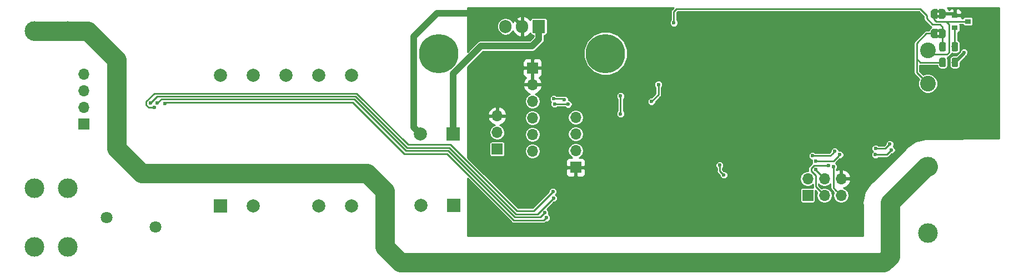
<source format=gbl>
G04 #@! TF.GenerationSoftware,KiCad,Pcbnew,5.0.2-bee76a0~70~ubuntu18.04.1*
G04 #@! TF.CreationDate,2019-01-24T05:23:48+01:00*
G04 #@! TF.ProjectId,radiador,72616469-6164-46f7-922e-6b696361645f,rev?*
G04 #@! TF.SameCoordinates,Original*
G04 #@! TF.FileFunction,Copper,L2,Bot*
G04 #@! TF.FilePolarity,Positive*
%FSLAX46Y46*%
G04 Gerber Fmt 4.6, Leading zero omitted, Abs format (unit mm)*
G04 Created by KiCad (PCBNEW 5.0.2-bee76a0~70~ubuntu18.04.1) date jue 24 ene 2019 05:23:48 CET*
%MOMM*%
%LPD*%
G01*
G04 APERTURE LIST*
G04 #@! TA.AperFunction,ComponentPad*
%ADD10O,1.700000X1.700000*%
G04 #@! TD*
G04 #@! TA.AperFunction,ComponentPad*
%ADD11R,1.700000X1.700000*%
G04 #@! TD*
G04 #@! TA.AperFunction,ComponentPad*
%ADD12C,3.000000*%
G04 #@! TD*
G04 #@! TA.AperFunction,ComponentPad*
%ADD13C,2.400000*%
G04 #@! TD*
G04 #@! TA.AperFunction,ComponentPad*
%ADD14R,2.000000X2.000000*%
G04 #@! TD*
G04 #@! TA.AperFunction,ComponentPad*
%ADD15C,2.000000*%
G04 #@! TD*
G04 #@! TA.AperFunction,ComponentPad*
%ADD16C,6.000000*%
G04 #@! TD*
G04 #@! TA.AperFunction,ComponentPad*
%ADD17R,1.905000X2.000000*%
G04 #@! TD*
G04 #@! TA.AperFunction,ComponentPad*
%ADD18O,1.905000X2.000000*%
G04 #@! TD*
G04 #@! TA.AperFunction,ComponentPad*
%ADD19C,1.800000*%
G04 #@! TD*
G04 #@! TA.AperFunction,SMDPad,CuDef*
%ADD20C,0.500000*%
G04 #@! TD*
G04 #@! TA.AperFunction,Conductor*
%ADD21C,0.100000*%
G04 #@! TD*
G04 #@! TA.AperFunction,SMDPad,CuDef*
%ADD22R,0.900000X0.800000*%
G04 #@! TD*
G04 #@! TA.AperFunction,SMDPad,CuDef*
%ADD23C,0.975000*%
G04 #@! TD*
G04 #@! TA.AperFunction,ViaPad*
%ADD24C,0.600000*%
G04 #@! TD*
G04 #@! TA.AperFunction,ViaPad*
%ADD25C,1.000000*%
G04 #@! TD*
G04 #@! TA.AperFunction,Conductor*
%ADD26C,0.500000*%
G04 #@! TD*
G04 #@! TA.AperFunction,Conductor*
%ADD27C,1.000000*%
G04 #@! TD*
G04 #@! TA.AperFunction,Conductor*
%ADD28C,0.250000*%
G04 #@! TD*
G04 #@! TA.AperFunction,Conductor*
%ADD29C,3.000000*%
G04 #@! TD*
G04 #@! TA.AperFunction,Conductor*
%ADD30C,0.254000*%
G04 #@! TD*
G04 APERTURE END LIST*
D10*
G04 #@! TO.P,J6,4*
G04 #@! TO.N,SDA*
X110000000Y-37190000D03*
G04 #@! TO.P,J6,3*
G04 #@! TO.N,SCL*
X110000000Y-39730000D03*
G04 #@! TO.P,J6,2*
G04 #@! TO.N,VCC*
X110000000Y-42270000D03*
D11*
G04 #@! TO.P,J6,1*
G04 #@! TO.N,GND*
X110000000Y-44810000D03*
G04 #@! TD*
D12*
G04 #@! TO.P,U1,1*
G04 #@! TO.N,Net-(J4-Pad1)*
X163703000Y-54864000D03*
G04 #@! TO.P,U1,2*
G04 #@! TO.N,Net-(J5-Pad1)*
X163703000Y-44704000D03*
D13*
G04 #@! TO.P,U1,3*
G04 #@! TO.N,Net-(JP1-Pad1)*
X163703000Y-32004000D03*
G04 #@! TO.P,U1,4*
G04 #@! TO.N,Net-(JP2-Pad2)*
X163703000Y-26924000D03*
G04 #@! TD*
D14*
G04 #@! TO.P,TR1,1*
G04 #@! TO.N,Net-(F1-Pad2)*
X55816500Y-50736500D03*
D15*
G04 #@! TO.P,TR1,2*
G04 #@! TO.N,N/C*
X60816500Y-50736500D03*
G04 #@! TO.P,TR1,4*
X70816500Y-50736500D03*
G04 #@! TO.P,TR1,5*
G04 #@! TO.N,Net-(J4-Pad1)*
X75816500Y-50736500D03*
G04 #@! TO.P,TR1,6*
G04 #@! TO.N,N/C*
X75816500Y-30736500D03*
G04 #@! TO.P,TR1,7*
G04 #@! TO.N,Net-(D1-Pad4)*
X70816500Y-30736500D03*
G04 #@! TO.P,TR1,8*
G04 #@! TO.N,N/C*
X65816500Y-30736500D03*
G04 #@! TO.P,TR1,9*
G04 #@! TO.N,Net-(D1-Pad3)*
X60816500Y-30736500D03*
G04 #@! TO.P,TR1,10*
G04 #@! TO.N,N/C*
X55816500Y-30736500D03*
G04 #@! TD*
D11*
G04 #@! TO.P,J2,1*
G04 #@! TO.N,D3*
X34988500Y-38163500D03*
D10*
G04 #@! TO.P,J2,2*
G04 #@! TO.N,D4*
X34988500Y-35623500D03*
G04 #@! TO.P,J2,3*
G04 #@! TO.N,D5*
X34988500Y-33083500D03*
G04 #@! TO.P,J2,4*
G04 #@! TO.N,D6*
X34988500Y-30543500D03*
G04 #@! TD*
D14*
G04 #@! TO.P,C2,1*
G04 #@! TO.N,VDC*
X91338400Y-39674800D03*
D15*
G04 #@! TO.P,C2,2*
G04 #@! TO.N,GND*
X86338400Y-39674800D03*
G04 #@! TD*
D16*
G04 #@! TO.P,HS1,1*
G04 #@! TO.N,N/C*
X89162392Y-27389659D03*
X114562392Y-27389659D03*
G04 #@! TD*
D17*
G04 #@! TO.P,U4,1*
G04 #@! TO.N,VDC*
X104402392Y-23262159D03*
D18*
G04 #@! TO.P,U4,2*
G04 #@! TO.N,GND*
X101862392Y-23262159D03*
G04 #@! TO.P,U4,3*
G04 #@! TO.N,VCC*
X99322392Y-23262159D03*
G04 #@! TD*
D11*
G04 #@! TO.P,J8,1*
G04 #@! TO.N,MISO*
X145389600Y-49072800D03*
D10*
G04 #@! TO.P,J8,2*
G04 #@! TO.N,VCC*
X145389600Y-46532800D03*
G04 #@! TO.P,J8,3*
G04 #@! TO.N,SCK*
X147929600Y-49072800D03*
G04 #@! TO.P,J8,4*
G04 #@! TO.N,MOSI*
X147929600Y-46532800D03*
G04 #@! TO.P,J8,5*
G04 #@! TO.N,RST*
X150469600Y-49072800D03*
G04 #@! TO.P,J8,6*
G04 #@! TO.N,GND*
X150469600Y-46532800D03*
G04 #@! TD*
D14*
G04 #@! TO.P,C12,1*
G04 #@! TO.N,VDC*
X91389200Y-50647600D03*
D15*
G04 #@! TO.P,C12,2*
G04 #@! TO.N,GND*
X86389200Y-50647600D03*
G04 #@! TD*
D11*
G04 #@! TO.P,J7,1*
G04 #@! TO.N,GND*
X103428800Y-29616400D03*
D10*
G04 #@! TO.P,J7,2*
X103428800Y-32156400D03*
G04 #@! TO.P,J7,3*
G04 #@! TO.N,VCC*
X103428800Y-34696400D03*
G04 #@! TO.P,J7,4*
G04 #@! TO.N,RXD*
X103428800Y-37236400D03*
G04 #@! TO.P,J7,5*
G04 #@! TO.N,TXD*
X103428800Y-39776400D03*
G04 #@! TO.P,J7,6*
G04 #@! TO.N,DTR*
X103428800Y-42316400D03*
G04 #@! TD*
D11*
G04 #@! TO.P,J1,1*
G04 #@! TO.N,VCC*
X98044000Y-42011600D03*
D10*
G04 #@! TO.P,J1,2*
G04 #@! TO.N,D7*
X98044000Y-39471600D03*
G04 #@! TO.P,J1,3*
G04 #@! TO.N,GND*
X98044000Y-36931600D03*
G04 #@! TD*
D19*
G04 #@! TO.P,RV1,2*
G04 #@! TO.N,Net-(J4-Pad1)*
X38474000Y-52498800D03*
G04 #@! TO.P,RV1,1*
G04 #@! TO.N,Net-(F1-Pad2)*
X45974000Y-53898800D03*
G04 #@! TD*
D12*
G04 #@! TO.P,J3,1*
G04 #@! TO.N,Net-(F1-Pad1)*
X27460000Y-57000000D03*
X32540000Y-57000000D03*
G04 #@! TD*
G04 #@! TO.P,J4,1*
G04 #@! TO.N,Net-(J4-Pad1)*
X27460000Y-48000000D03*
X32540000Y-48000000D03*
G04 #@! TD*
G04 #@! TO.P,J5,1*
G04 #@! TO.N,Net-(J5-Pad1)*
X27460000Y-24000000D03*
X32540000Y-24000000D03*
G04 #@! TD*
D20*
G04 #@! TO.P,JP1,1*
G04 #@! TO.N,Net-(JP1-Pad1)*
X164653200Y-24333200D03*
D21*
G04 #@! TD*
G04 #@! TO.N,Net-(JP1-Pad1)*
G04 #@! TO.C,JP1*
G36*
X165153200Y-23733200D02*
X165553200Y-23733200D01*
X165553200Y-24133200D01*
X165153200Y-24133200D01*
X165153200Y-24533200D01*
X165553200Y-24533200D01*
X165553200Y-24933200D01*
X165153200Y-24933200D01*
X165153200Y-25083200D01*
X164653200Y-25083200D01*
X164653200Y-25082598D01*
X164628666Y-25082598D01*
X164579835Y-25077788D01*
X164531710Y-25068216D01*
X164484755Y-25053972D01*
X164439422Y-25035195D01*
X164396149Y-25012064D01*
X164355350Y-24984804D01*
X164317421Y-24953676D01*
X164282724Y-24918979D01*
X164251596Y-24881050D01*
X164224336Y-24840251D01*
X164201205Y-24796978D01*
X164182428Y-24751645D01*
X164168184Y-24704690D01*
X164158612Y-24656565D01*
X164153802Y-24607734D01*
X164153802Y-24583200D01*
X164153200Y-24583200D01*
X164153200Y-24083200D01*
X164153802Y-24083200D01*
X164153802Y-24058666D01*
X164158612Y-24009835D01*
X164168184Y-23961710D01*
X164182428Y-23914755D01*
X164201205Y-23869422D01*
X164224336Y-23826149D01*
X164251596Y-23785350D01*
X164282724Y-23747421D01*
X164317421Y-23712724D01*
X164355350Y-23681596D01*
X164396149Y-23654336D01*
X164439422Y-23631205D01*
X164484755Y-23612428D01*
X164531710Y-23598184D01*
X164579835Y-23588612D01*
X164628666Y-23583802D01*
X164653200Y-23583802D01*
X164653200Y-23583200D01*
X165153200Y-23583200D01*
X165153200Y-23733200D01*
X165153200Y-23733200D01*
G37*
D20*
G04 #@! TO.P,JP1,2*
G04 #@! TO.N,A0*
X165953200Y-24333200D03*
D21*
G04 #@! TD*
G04 #@! TO.N,A0*
G04 #@! TO.C,JP1*
G36*
X165953200Y-23583802D02*
X165977734Y-23583802D01*
X166026565Y-23588612D01*
X166074690Y-23598184D01*
X166121645Y-23612428D01*
X166166978Y-23631205D01*
X166210251Y-23654336D01*
X166251050Y-23681596D01*
X166288979Y-23712724D01*
X166323676Y-23747421D01*
X166354804Y-23785350D01*
X166382064Y-23826149D01*
X166405195Y-23869422D01*
X166423972Y-23914755D01*
X166438216Y-23961710D01*
X166447788Y-24009835D01*
X166452598Y-24058666D01*
X166452598Y-24083200D01*
X166453200Y-24083200D01*
X166453200Y-24583200D01*
X166452598Y-24583200D01*
X166452598Y-24607734D01*
X166447788Y-24656565D01*
X166438216Y-24704690D01*
X166423972Y-24751645D01*
X166405195Y-24796978D01*
X166382064Y-24840251D01*
X166354804Y-24881050D01*
X166323676Y-24918979D01*
X166288979Y-24953676D01*
X166251050Y-24984804D01*
X166210251Y-25012064D01*
X166166978Y-25035195D01*
X166121645Y-25053972D01*
X166074690Y-25068216D01*
X166026565Y-25077788D01*
X165977734Y-25082598D01*
X165953200Y-25082598D01*
X165953200Y-25083200D01*
X165453200Y-25083200D01*
X165453200Y-23583200D01*
X165953200Y-23583200D01*
X165953200Y-23583802D01*
X165953200Y-23583802D01*
G37*
D20*
G04 #@! TO.P,JP2,2*
G04 #@! TO.N,Net-(JP2-Pad2)*
X164653200Y-21336000D03*
D21*
G04 #@! TD*
G04 #@! TO.N,Net-(JP2-Pad2)*
G04 #@! TO.C,JP2*
G36*
X164653200Y-22085398D02*
X164628666Y-22085398D01*
X164579835Y-22080588D01*
X164531710Y-22071016D01*
X164484755Y-22056772D01*
X164439422Y-22037995D01*
X164396149Y-22014864D01*
X164355350Y-21987604D01*
X164317421Y-21956476D01*
X164282724Y-21921779D01*
X164251596Y-21883850D01*
X164224336Y-21843051D01*
X164201205Y-21799778D01*
X164182428Y-21754445D01*
X164168184Y-21707490D01*
X164158612Y-21659365D01*
X164153802Y-21610534D01*
X164153802Y-21586000D01*
X164153200Y-21586000D01*
X164153200Y-21086000D01*
X164153802Y-21086000D01*
X164153802Y-21061466D01*
X164158612Y-21012635D01*
X164168184Y-20964510D01*
X164182428Y-20917555D01*
X164201205Y-20872222D01*
X164224336Y-20828949D01*
X164251596Y-20788150D01*
X164282724Y-20750221D01*
X164317421Y-20715524D01*
X164355350Y-20684396D01*
X164396149Y-20657136D01*
X164439422Y-20634005D01*
X164484755Y-20615228D01*
X164531710Y-20600984D01*
X164579835Y-20591412D01*
X164628666Y-20586602D01*
X164653200Y-20586602D01*
X164653200Y-20586000D01*
X165153200Y-20586000D01*
X165153200Y-22086000D01*
X164653200Y-22086000D01*
X164653200Y-22085398D01*
X164653200Y-22085398D01*
G37*
D20*
G04 #@! TO.P,JP2,1*
G04 #@! TO.N,GND*
X165953200Y-21336000D03*
D21*
G04 #@! TD*
G04 #@! TO.N,GND*
G04 #@! TO.C,JP2*
G36*
X165453200Y-21936000D02*
X165053200Y-21936000D01*
X165053200Y-21536000D01*
X165453200Y-21536000D01*
X165453200Y-21136000D01*
X165053200Y-21136000D01*
X165053200Y-20736000D01*
X165453200Y-20736000D01*
X165453200Y-20586000D01*
X165953200Y-20586000D01*
X165953200Y-20586602D01*
X165977734Y-20586602D01*
X166026565Y-20591412D01*
X166074690Y-20600984D01*
X166121645Y-20615228D01*
X166166978Y-20634005D01*
X166210251Y-20657136D01*
X166251050Y-20684396D01*
X166288979Y-20715524D01*
X166323676Y-20750221D01*
X166354804Y-20788150D01*
X166382064Y-20828949D01*
X166405195Y-20872222D01*
X166423972Y-20917555D01*
X166438216Y-20964510D01*
X166447788Y-21012635D01*
X166452598Y-21061466D01*
X166452598Y-21086000D01*
X166453200Y-21086000D01*
X166453200Y-21586000D01*
X166452598Y-21586000D01*
X166452598Y-21610534D01*
X166447788Y-21659365D01*
X166438216Y-21707490D01*
X166423972Y-21754445D01*
X166405195Y-21799778D01*
X166382064Y-21843051D01*
X166354804Y-21883850D01*
X166323676Y-21921779D01*
X166288979Y-21956476D01*
X166251050Y-21987604D01*
X166210251Y-22014864D01*
X166166978Y-22037995D01*
X166121645Y-22056772D01*
X166074690Y-22071016D01*
X166026565Y-22080588D01*
X165977734Y-22085398D01*
X165953200Y-22085398D01*
X165953200Y-22086000D01*
X165453200Y-22086000D01*
X165453200Y-21936000D01*
X165453200Y-21936000D01*
G37*
D22*
G04 #@! TO.P,Q1,1*
G04 #@! TO.N,Net-(Q1-Pad1)*
X167808400Y-23454400D03*
G04 #@! TO.P,Q1,2*
G04 #@! TO.N,GND*
X167808400Y-21554400D03*
G04 #@! TO.P,Q1,3*
G04 #@! TO.N,Net-(JP2-Pad2)*
X169808400Y-22504400D03*
G04 #@! TD*
D21*
G04 #@! TO.N,VDC*
G04 #@! TO.C,R1*
G36*
X168083142Y-28053974D02*
X168106803Y-28057484D01*
X168130007Y-28063296D01*
X168152529Y-28071354D01*
X168174153Y-28081582D01*
X168194670Y-28093879D01*
X168213883Y-28108129D01*
X168231607Y-28124193D01*
X168247671Y-28141917D01*
X168261921Y-28161130D01*
X168274218Y-28181647D01*
X168284446Y-28203271D01*
X168292504Y-28225793D01*
X168298316Y-28248997D01*
X168301826Y-28272658D01*
X168303000Y-28296550D01*
X168303000Y-29209050D01*
X168301826Y-29232942D01*
X168298316Y-29256603D01*
X168292504Y-29279807D01*
X168284446Y-29302329D01*
X168274218Y-29323953D01*
X168261921Y-29344470D01*
X168247671Y-29363683D01*
X168231607Y-29381407D01*
X168213883Y-29397471D01*
X168194670Y-29411721D01*
X168174153Y-29424018D01*
X168152529Y-29434246D01*
X168130007Y-29442304D01*
X168106803Y-29448116D01*
X168083142Y-29451626D01*
X168059250Y-29452800D01*
X167571750Y-29452800D01*
X167547858Y-29451626D01*
X167524197Y-29448116D01*
X167500993Y-29442304D01*
X167478471Y-29434246D01*
X167456847Y-29424018D01*
X167436330Y-29411721D01*
X167417117Y-29397471D01*
X167399393Y-29381407D01*
X167383329Y-29363683D01*
X167369079Y-29344470D01*
X167356782Y-29323953D01*
X167346554Y-29302329D01*
X167338496Y-29279807D01*
X167332684Y-29256603D01*
X167329174Y-29232942D01*
X167328000Y-29209050D01*
X167328000Y-28296550D01*
X167329174Y-28272658D01*
X167332684Y-28248997D01*
X167338496Y-28225793D01*
X167346554Y-28203271D01*
X167356782Y-28181647D01*
X167369079Y-28161130D01*
X167383329Y-28141917D01*
X167399393Y-28124193D01*
X167417117Y-28108129D01*
X167436330Y-28093879D01*
X167456847Y-28081582D01*
X167478471Y-28071354D01*
X167500993Y-28063296D01*
X167524197Y-28057484D01*
X167547858Y-28053974D01*
X167571750Y-28052800D01*
X168059250Y-28052800D01*
X168083142Y-28053974D01*
X168083142Y-28053974D01*
G37*
D23*
G04 #@! TD*
G04 #@! TO.P,R1,2*
G04 #@! TO.N,VDC*
X167815500Y-28752800D03*
D21*
G04 #@! TO.N,Net-(JP1-Pad1)*
G04 #@! TO.C,R1*
G36*
X166208142Y-28053974D02*
X166231803Y-28057484D01*
X166255007Y-28063296D01*
X166277529Y-28071354D01*
X166299153Y-28081582D01*
X166319670Y-28093879D01*
X166338883Y-28108129D01*
X166356607Y-28124193D01*
X166372671Y-28141917D01*
X166386921Y-28161130D01*
X166399218Y-28181647D01*
X166409446Y-28203271D01*
X166417504Y-28225793D01*
X166423316Y-28248997D01*
X166426826Y-28272658D01*
X166428000Y-28296550D01*
X166428000Y-29209050D01*
X166426826Y-29232942D01*
X166423316Y-29256603D01*
X166417504Y-29279807D01*
X166409446Y-29302329D01*
X166399218Y-29323953D01*
X166386921Y-29344470D01*
X166372671Y-29363683D01*
X166356607Y-29381407D01*
X166338883Y-29397471D01*
X166319670Y-29411721D01*
X166299153Y-29424018D01*
X166277529Y-29434246D01*
X166255007Y-29442304D01*
X166231803Y-29448116D01*
X166208142Y-29451626D01*
X166184250Y-29452800D01*
X165696750Y-29452800D01*
X165672858Y-29451626D01*
X165649197Y-29448116D01*
X165625993Y-29442304D01*
X165603471Y-29434246D01*
X165581847Y-29424018D01*
X165561330Y-29411721D01*
X165542117Y-29397471D01*
X165524393Y-29381407D01*
X165508329Y-29363683D01*
X165494079Y-29344470D01*
X165481782Y-29323953D01*
X165471554Y-29302329D01*
X165463496Y-29279807D01*
X165457684Y-29256603D01*
X165454174Y-29232942D01*
X165453000Y-29209050D01*
X165453000Y-28296550D01*
X165454174Y-28272658D01*
X165457684Y-28248997D01*
X165463496Y-28225793D01*
X165471554Y-28203271D01*
X165481782Y-28181647D01*
X165494079Y-28161130D01*
X165508329Y-28141917D01*
X165524393Y-28124193D01*
X165542117Y-28108129D01*
X165561330Y-28093879D01*
X165581847Y-28081582D01*
X165603471Y-28071354D01*
X165625993Y-28063296D01*
X165649197Y-28057484D01*
X165672858Y-28053974D01*
X165696750Y-28052800D01*
X166184250Y-28052800D01*
X166208142Y-28053974D01*
X166208142Y-28053974D01*
G37*
D23*
G04 #@! TD*
G04 #@! TO.P,R1,1*
G04 #@! TO.N,Net-(JP1-Pad1)*
X165940500Y-28752800D03*
D21*
G04 #@! TO.N,Net-(Q1-Pad1)*
G04 #@! TO.C,R2*
G36*
X168083142Y-25666374D02*
X168106803Y-25669884D01*
X168130007Y-25675696D01*
X168152529Y-25683754D01*
X168174153Y-25693982D01*
X168194670Y-25706279D01*
X168213883Y-25720529D01*
X168231607Y-25736593D01*
X168247671Y-25754317D01*
X168261921Y-25773530D01*
X168274218Y-25794047D01*
X168284446Y-25815671D01*
X168292504Y-25838193D01*
X168298316Y-25861397D01*
X168301826Y-25885058D01*
X168303000Y-25908950D01*
X168303000Y-26821450D01*
X168301826Y-26845342D01*
X168298316Y-26869003D01*
X168292504Y-26892207D01*
X168284446Y-26914729D01*
X168274218Y-26936353D01*
X168261921Y-26956870D01*
X168247671Y-26976083D01*
X168231607Y-26993807D01*
X168213883Y-27009871D01*
X168194670Y-27024121D01*
X168174153Y-27036418D01*
X168152529Y-27046646D01*
X168130007Y-27054704D01*
X168106803Y-27060516D01*
X168083142Y-27064026D01*
X168059250Y-27065200D01*
X167571750Y-27065200D01*
X167547858Y-27064026D01*
X167524197Y-27060516D01*
X167500993Y-27054704D01*
X167478471Y-27046646D01*
X167456847Y-27036418D01*
X167436330Y-27024121D01*
X167417117Y-27009871D01*
X167399393Y-26993807D01*
X167383329Y-26976083D01*
X167369079Y-26956870D01*
X167356782Y-26936353D01*
X167346554Y-26914729D01*
X167338496Y-26892207D01*
X167332684Y-26869003D01*
X167329174Y-26845342D01*
X167328000Y-26821450D01*
X167328000Y-25908950D01*
X167329174Y-25885058D01*
X167332684Y-25861397D01*
X167338496Y-25838193D01*
X167346554Y-25815671D01*
X167356782Y-25794047D01*
X167369079Y-25773530D01*
X167383329Y-25754317D01*
X167399393Y-25736593D01*
X167417117Y-25720529D01*
X167436330Y-25706279D01*
X167456847Y-25693982D01*
X167478471Y-25683754D01*
X167500993Y-25675696D01*
X167524197Y-25669884D01*
X167547858Y-25666374D01*
X167571750Y-25665200D01*
X168059250Y-25665200D01*
X168083142Y-25666374D01*
X168083142Y-25666374D01*
G37*
D23*
G04 #@! TD*
G04 #@! TO.P,R2,1*
G04 #@! TO.N,Net-(Q1-Pad1)*
X167815500Y-26365200D03*
D21*
G04 #@! TO.N,A0*
G04 #@! TO.C,R2*
G36*
X166208142Y-25666374D02*
X166231803Y-25669884D01*
X166255007Y-25675696D01*
X166277529Y-25683754D01*
X166299153Y-25693982D01*
X166319670Y-25706279D01*
X166338883Y-25720529D01*
X166356607Y-25736593D01*
X166372671Y-25754317D01*
X166386921Y-25773530D01*
X166399218Y-25794047D01*
X166409446Y-25815671D01*
X166417504Y-25838193D01*
X166423316Y-25861397D01*
X166426826Y-25885058D01*
X166428000Y-25908950D01*
X166428000Y-26821450D01*
X166426826Y-26845342D01*
X166423316Y-26869003D01*
X166417504Y-26892207D01*
X166409446Y-26914729D01*
X166399218Y-26936353D01*
X166386921Y-26956870D01*
X166372671Y-26976083D01*
X166356607Y-26993807D01*
X166338883Y-27009871D01*
X166319670Y-27024121D01*
X166299153Y-27036418D01*
X166277529Y-27046646D01*
X166255007Y-27054704D01*
X166231803Y-27060516D01*
X166208142Y-27064026D01*
X166184250Y-27065200D01*
X165696750Y-27065200D01*
X165672858Y-27064026D01*
X165649197Y-27060516D01*
X165625993Y-27054704D01*
X165603471Y-27046646D01*
X165581847Y-27036418D01*
X165561330Y-27024121D01*
X165542117Y-27009871D01*
X165524393Y-26993807D01*
X165508329Y-26976083D01*
X165494079Y-26956870D01*
X165481782Y-26936353D01*
X165471554Y-26914729D01*
X165463496Y-26892207D01*
X165457684Y-26869003D01*
X165454174Y-26845342D01*
X165453000Y-26821450D01*
X165453000Y-25908950D01*
X165454174Y-25885058D01*
X165457684Y-25861397D01*
X165463496Y-25838193D01*
X165471554Y-25815671D01*
X165481782Y-25794047D01*
X165494079Y-25773530D01*
X165508329Y-25754317D01*
X165524393Y-25736593D01*
X165542117Y-25720529D01*
X165561330Y-25706279D01*
X165581847Y-25693982D01*
X165603471Y-25683754D01*
X165625993Y-25675696D01*
X165649197Y-25669884D01*
X165672858Y-25666374D01*
X165696750Y-25665200D01*
X166184250Y-25665200D01*
X166208142Y-25666374D01*
X166208142Y-25666374D01*
G37*
D23*
G04 #@! TD*
G04 #@! TO.P,R2,2*
G04 #@! TO.N,A0*
X165940500Y-26365200D03*
D24*
G04 #@! TO.N,GND*
X122123200Y-42164000D03*
X132943600Y-51511200D03*
D25*
X143408400Y-31140400D03*
D24*
X120954800Y-26619200D03*
X126299923Y-47681808D03*
X101041200Y-49631600D03*
G04 #@! TO.N,VDC*
X169214800Y-27228800D03*
G04 #@! TO.N,SCK*
X148542798Y-44493639D03*
G04 #@! TO.N,MOSI*
X146608806Y-45161200D03*
G04 #@! TO.N,CE*
X146608800Y-43840400D03*
X155702000Y-42875200D03*
X158140400Y-42164000D03*
X150266400Y-42875200D03*
G04 #@! TO.N,RST*
X149318680Y-44688600D03*
X106793600Y-35102800D03*
X108864400Y-35153592D03*
G04 #@! TO.N,D3*
X106527600Y-48514000D03*
X45808721Y-35682528D03*
G04 #@! TO.N,D4*
X106629200Y-49530000D03*
X45161200Y-35001200D03*
G04 #@! TO.N,D5*
X46228000Y-35001200D03*
X105290900Y-51752199D03*
G04 #@! TO.N,D6*
X47396400Y-35052000D03*
X105526587Y-52516706D03*
G04 #@! TO.N,D8*
X131956069Y-44478469D03*
X132584931Y-45970931D03*
G04 #@! TO.N,A0*
X124968000Y-22707600D03*
X121564400Y-34747200D03*
X122631200Y-32141000D03*
G04 #@! TO.N,D10*
X146100800Y-43043000D03*
X155737400Y-41910000D03*
X157901800Y-41249600D03*
X149504400Y-42367200D03*
G04 #@! TO.N,D2*
X108293600Y-34477800D03*
X106657978Y-34314378D03*
G04 #@! TO.N,A3*
X116840000Y-36626800D03*
X116840000Y-33903591D03*
G04 #@! TD*
D26*
G04 #@! TO.N,GND*
X85551000Y-38336787D02*
X85547200Y-38332987D01*
X167590000Y-21336000D02*
X167808400Y-21554400D01*
X165953200Y-21336000D02*
X167590000Y-21336000D01*
X101862392Y-23214659D02*
X101862392Y-23262159D01*
X99882133Y-21234400D02*
X101862392Y-23214659D01*
D27*
X88900000Y-21234400D02*
X99882133Y-21234400D01*
X85338401Y-24795999D02*
X88900000Y-21234400D01*
X86338400Y-39674800D02*
X85338401Y-38674801D01*
X85338401Y-38674801D02*
X85338401Y-24795999D01*
D26*
G04 #@! TO.N,VDC*
X169214800Y-27353500D02*
X167815500Y-28752800D01*
X169214800Y-27228800D02*
X169214800Y-27353500D01*
D27*
X104402392Y-25188408D02*
X104402392Y-23262159D01*
X95554800Y-26263600D02*
X103327200Y-26263600D01*
X91338400Y-39674800D02*
X91338400Y-30480000D01*
X103327200Y-26263600D02*
X104402392Y-25188408D01*
X91338400Y-30480000D02*
X95554800Y-26263600D01*
D28*
G04 #@! TO.N,SCK*
X146351365Y-44493639D02*
X145897600Y-44947404D01*
X148542798Y-44493639D02*
X146351365Y-44493639D01*
X145897600Y-45374996D02*
X146608800Y-46086196D01*
X145897600Y-44947404D02*
X145897600Y-45374996D01*
X146608800Y-47752000D02*
X147929600Y-49072800D01*
X146608800Y-46086196D02*
X146608800Y-47752000D01*
G04 #@! TO.N,MOSI*
X147929600Y-46532800D02*
X146608806Y-45212006D01*
X146608806Y-45212006D02*
X146608806Y-45161200D01*
G04 #@! TO.N,CE*
X155702000Y-42875200D02*
X157429200Y-42875200D01*
X157429200Y-42875200D02*
X158140400Y-42164000D01*
X149301200Y-43840400D02*
X149966401Y-43175199D01*
X146608800Y-43840400D02*
X149301200Y-43840400D01*
X149966401Y-43175199D02*
X150266400Y-42875200D01*
G04 #@! TO.N,RST*
X149619601Y-48222801D02*
X150469600Y-49072800D01*
X149294599Y-47897799D02*
X149619601Y-48222801D01*
X149294599Y-45136945D02*
X149294599Y-47897799D01*
X149318680Y-45112864D02*
X149294599Y-45136945D01*
X149318680Y-44688600D02*
X149318680Y-45112864D01*
X106793600Y-35102800D02*
X108813608Y-35102800D01*
X108813608Y-35102800D02*
X108864400Y-35153592D01*
G04 #@! TO.N,D3*
X44536199Y-34701199D02*
X44536199Y-35301201D01*
X44917526Y-35682528D02*
X45808721Y-35682528D01*
X45745818Y-33491580D02*
X44536199Y-34701199D01*
X76620780Y-33491580D02*
X45745818Y-33491580D01*
X90932000Y-41351200D02*
X84480400Y-41351200D01*
X84480400Y-41351200D02*
X76620780Y-33491580D01*
X101041200Y-51460400D02*
X90932000Y-41351200D01*
X103581200Y-51460400D02*
X101041200Y-51460400D01*
X106527600Y-48514000D02*
X103581200Y-51460400D01*
X44536199Y-35301201D02*
X44917526Y-35682528D01*
G04 #@! TO.N,D4*
X46220809Y-33941591D02*
X45461199Y-34701201D01*
X90721611Y-41801211D02*
X84294000Y-41801211D01*
X76434381Y-33941591D02*
X46220809Y-33941591D01*
X45461199Y-34701201D02*
X45161200Y-35001200D01*
X84294000Y-41801211D02*
X76434381Y-33941591D01*
X100888800Y-51968400D02*
X90721611Y-41801211D01*
X104190800Y-51968400D02*
X100888800Y-51968400D01*
X106629200Y-49530000D02*
X104190800Y-51968400D01*
G04 #@! TO.N,D5*
X76247982Y-34391602D02*
X84107600Y-42251222D01*
X84107600Y-42251222D02*
X90535211Y-42251222D01*
X46837598Y-34391602D02*
X76247982Y-34391602D01*
X100709589Y-52425600D02*
X104617499Y-52425600D01*
X46228000Y-35001200D02*
X46837598Y-34391602D01*
X90535211Y-42251222D02*
X100709589Y-52425600D01*
X104617499Y-52425600D02*
X104990901Y-52052198D01*
X104990901Y-52052198D02*
X105290900Y-51752199D01*
G04 #@! TO.N,D6*
X105226588Y-52816705D02*
X105526587Y-52516706D01*
X105160493Y-52882800D02*
X105226588Y-52816705D01*
X47396400Y-35052000D02*
X47599600Y-34848800D01*
X100530378Y-52882800D02*
X105160493Y-52882800D01*
X47599600Y-34848800D02*
X75996800Y-34848800D01*
X75996800Y-34848800D02*
X83870800Y-42722800D01*
X83870800Y-42722800D02*
X90370378Y-42722800D01*
X90370378Y-42722800D02*
X100530378Y-52882800D01*
D29*
G04 #@! TO.N,Net-(J5-Pad1)*
X27460000Y-24000000D02*
X32540000Y-24000000D01*
X163449000Y-44704000D02*
X163703000Y-44704000D01*
X157937200Y-50215800D02*
X163449000Y-44704000D01*
X157937200Y-58407300D02*
X157937200Y-50215800D01*
X156972000Y-59372500D02*
X157937200Y-58407300D01*
X83312000Y-59372500D02*
X156972000Y-59372500D01*
X80899000Y-48418998D02*
X80899000Y-56959500D01*
X32540000Y-24000000D02*
X35623002Y-24000000D01*
X35623002Y-24000000D02*
X40005000Y-28381998D01*
X78216501Y-45736499D02*
X80899000Y-48418998D01*
X40005000Y-28381998D02*
X40005000Y-41910000D01*
X40005000Y-41910000D02*
X43831499Y-45736499D01*
X80899000Y-56959500D02*
X83312000Y-59372500D01*
X43831499Y-45736499D02*
X78216501Y-45736499D01*
D28*
G04 #@! TO.N,D8*
X131956069Y-44478469D02*
X131956069Y-45342069D01*
X131956069Y-45342069D02*
X132584931Y-45970931D01*
G04 #@! TO.N,A0*
X121564400Y-34747200D02*
X122631200Y-33680400D01*
X122631200Y-33680400D02*
X122631200Y-32141000D01*
X165953200Y-26352500D02*
X165940500Y-26365200D01*
X165953200Y-24333200D02*
X165953200Y-26352500D01*
X165953200Y-23357600D02*
X165953200Y-24333200D01*
X165550010Y-22954410D02*
X165953200Y-23357600D01*
X164432410Y-22954410D02*
X165550010Y-22954410D01*
X163525200Y-22047200D02*
X164432410Y-22954410D01*
X124968000Y-20980400D02*
X125374400Y-20574000D01*
X124968000Y-22707600D02*
X124968000Y-20980400D01*
X125374400Y-20574000D02*
X162509200Y-20574000D01*
X162509200Y-20574000D02*
X163525200Y-21590000D01*
X163525200Y-21590000D02*
X163525200Y-22047200D01*
G04 #@! TO.N,D10*
X155737400Y-41910000D02*
X157241400Y-41910000D01*
X157241400Y-41910000D02*
X157901800Y-41249600D01*
X148828600Y-43043000D02*
X149204401Y-42667199D01*
X149204401Y-42667199D02*
X149504400Y-42367200D01*
X146100800Y-43043000D02*
X148828600Y-43043000D01*
G04 #@! TO.N,D2*
X108130178Y-34314378D02*
X108293600Y-34477800D01*
X106657978Y-34314378D02*
X108130178Y-34314378D01*
G04 #@! TO.N,A3*
X116840000Y-36626800D02*
X116840000Y-33903591D01*
G04 #@! TO.N,Net-(JP1-Pad1)*
X165940500Y-28752800D02*
X162889199Y-28752800D01*
X162001200Y-25806400D02*
X162001200Y-28041600D01*
X164653200Y-24333200D02*
X163474400Y-24333200D01*
X163474400Y-24333200D02*
X162001200Y-25806400D01*
X162503001Y-30804001D02*
X163703000Y-32004000D01*
X162001200Y-28041600D02*
X162001200Y-30302200D01*
X162001200Y-30302200D02*
X162503001Y-30804001D01*
X162001200Y-28041600D02*
X162001200Y-28194000D01*
X162560000Y-28752800D02*
X162889199Y-28752800D01*
X162001200Y-28194000D02*
X162560000Y-28752800D01*
G04 #@! TO.N,Net-(Q1-Pad1)*
X167808400Y-26358100D02*
X167815500Y-26365200D01*
X167808400Y-23454400D02*
X167808400Y-26358100D01*
G04 #@! TO.N,Net-(JP2-Pad2)*
X169108400Y-22504400D02*
X169808400Y-22504400D01*
X164653200Y-22183592D02*
X164974008Y-22504400D01*
X164653200Y-21336000D02*
X164653200Y-22183592D01*
X166776400Y-22504400D02*
X169108400Y-22504400D01*
X164974008Y-22504400D02*
X166471600Y-22504400D01*
X166471600Y-22504400D02*
X166776400Y-22504400D01*
X164312600Y-27533600D02*
X163703000Y-26924000D01*
X166624000Y-27533600D02*
X164312600Y-27533600D01*
X166928800Y-27228800D02*
X166624000Y-27533600D01*
X166471600Y-22504400D02*
X166928800Y-22961600D01*
X166928800Y-22961600D02*
X166928800Y-27228800D01*
G04 #@! TD*
D30*
G04 #@! TO.N,GND*
G36*
X124679867Y-20629309D02*
X124642127Y-20654526D01*
X124616910Y-20692266D01*
X124616909Y-20692267D01*
X124542225Y-20804039D01*
X124507145Y-20980400D01*
X124516001Y-21024922D01*
X124516000Y-22272888D01*
X124436455Y-22352433D01*
X124341000Y-22582882D01*
X124341000Y-22832318D01*
X124436455Y-23062767D01*
X124612833Y-23239145D01*
X124843282Y-23334600D01*
X125092718Y-23334600D01*
X125323167Y-23239145D01*
X125499545Y-23062767D01*
X125595000Y-22832318D01*
X125595000Y-22582882D01*
X125499545Y-22352433D01*
X125420000Y-22272888D01*
X125420000Y-21167624D01*
X125561624Y-21026000D01*
X162321976Y-21026000D01*
X163073200Y-21777225D01*
X163073201Y-22002678D01*
X163064345Y-22047200D01*
X163099425Y-22223561D01*
X163130083Y-22269444D01*
X163199327Y-22373074D01*
X163237067Y-22398291D01*
X164081318Y-23242543D01*
X164106536Y-23280284D01*
X164207051Y-23347446D01*
X164232873Y-23364700D01*
X164232271Y-23365022D01*
X164150772Y-23419478D01*
X164100249Y-23460941D01*
X164030941Y-23530249D01*
X163989478Y-23580772D01*
X163935022Y-23662271D01*
X163904211Y-23719915D01*
X163866702Y-23810471D01*
X163847730Y-23873014D01*
X163846102Y-23881200D01*
X163518916Y-23881200D01*
X163474399Y-23872345D01*
X163429883Y-23881200D01*
X163429882Y-23881200D01*
X163298038Y-23907425D01*
X163148526Y-24007326D01*
X163123307Y-24045069D01*
X161713069Y-25455307D01*
X161675326Y-25480526D01*
X161581310Y-25621231D01*
X161575425Y-25630039D01*
X161540345Y-25806400D01*
X161549200Y-25850918D01*
X161549201Y-27997078D01*
X161549200Y-27997083D01*
X161549200Y-28149482D01*
X161540345Y-28194000D01*
X161549200Y-28238517D01*
X161549201Y-30257678D01*
X161540345Y-30302200D01*
X161575425Y-30478561D01*
X161575426Y-30478562D01*
X161675327Y-30628074D01*
X161713067Y-30653291D01*
X162214867Y-31155092D01*
X162214870Y-31155094D01*
X162347060Y-31287285D01*
X162176000Y-31700261D01*
X162176000Y-32307739D01*
X162408472Y-32868976D01*
X162838024Y-33298528D01*
X163399261Y-33531000D01*
X164006739Y-33531000D01*
X164567976Y-33298528D01*
X164997528Y-32868976D01*
X165230000Y-32307739D01*
X165230000Y-31700261D01*
X164997528Y-31139024D01*
X164567976Y-30709472D01*
X164006739Y-30477000D01*
X163399261Y-30477000D01*
X162986285Y-30648060D01*
X162854094Y-30515870D01*
X162854092Y-30515867D01*
X162453200Y-30114976D01*
X162453200Y-29192412D01*
X162496298Y-29200984D01*
X162560000Y-29213655D01*
X162604518Y-29204800D01*
X165119594Y-29204800D01*
X165119594Y-29209050D01*
X165163527Y-29429918D01*
X165288639Y-29617161D01*
X165475882Y-29742273D01*
X165696750Y-29786206D01*
X166184250Y-29786206D01*
X166405118Y-29742273D01*
X166592361Y-29617161D01*
X166717473Y-29429918D01*
X166761406Y-29209050D01*
X166761406Y-28296550D01*
X166994594Y-28296550D01*
X166994594Y-29209050D01*
X167038527Y-29429918D01*
X167163639Y-29617161D01*
X167350882Y-29742273D01*
X167571750Y-29786206D01*
X168059250Y-29786206D01*
X168280118Y-29742273D01*
X168467361Y-29617161D01*
X168592473Y-29429918D01*
X168636406Y-29209050D01*
X168636406Y-28747894D01*
X169582615Y-27801686D01*
X169630794Y-27769494D01*
X169758322Y-27578633D01*
X169767346Y-27533266D01*
X169841800Y-27353518D01*
X169841800Y-27104082D01*
X169746345Y-26873633D01*
X169569967Y-26697255D01*
X169339518Y-26601800D01*
X169090082Y-26601800D01*
X168859633Y-26697255D01*
X168683255Y-26873633D01*
X168587800Y-27104082D01*
X168587800Y-27164499D01*
X168032906Y-27719394D01*
X167571750Y-27719394D01*
X167350882Y-27763327D01*
X167163639Y-27888439D01*
X167038527Y-28075682D01*
X166994594Y-28296550D01*
X166761406Y-28296550D01*
X166717473Y-28075682D01*
X166658600Y-27987573D01*
X166668518Y-27985600D01*
X166800362Y-27959375D01*
X166949874Y-27859474D01*
X166975093Y-27821731D01*
X167216933Y-27579892D01*
X167254674Y-27554674D01*
X167354575Y-27405162D01*
X167364095Y-27357301D01*
X167571750Y-27398606D01*
X168059250Y-27398606D01*
X168280118Y-27354673D01*
X168467361Y-27229561D01*
X168592473Y-27042318D01*
X168636406Y-26821450D01*
X168636406Y-25908950D01*
X168592473Y-25688082D01*
X168467361Y-25500839D01*
X168280118Y-25375727D01*
X168260400Y-25371805D01*
X168260400Y-24187408D01*
X168385989Y-24162427D01*
X168494154Y-24090154D01*
X168566427Y-23981989D01*
X168591806Y-23854400D01*
X168591806Y-23054400D01*
X168572313Y-22956400D01*
X169035337Y-22956400D01*
X169050373Y-23031989D01*
X169122646Y-23140154D01*
X169230811Y-23212427D01*
X169358400Y-23237806D01*
X170258400Y-23237806D01*
X170385989Y-23212427D01*
X170494154Y-23140154D01*
X170566427Y-23031989D01*
X170591806Y-22904400D01*
X170591806Y-22104400D01*
X170566427Y-21976811D01*
X170494154Y-21868646D01*
X170385989Y-21796373D01*
X170258400Y-21770994D01*
X169358400Y-21770994D01*
X169230811Y-21796373D01*
X169122646Y-21868646D01*
X169050373Y-21976811D01*
X169035337Y-22052400D01*
X168893400Y-22052400D01*
X168893400Y-21840150D01*
X168734650Y-21681400D01*
X167935400Y-21681400D01*
X167935400Y-21701400D01*
X167681400Y-21701400D01*
X167681400Y-21681400D01*
X167661400Y-21681400D01*
X167661400Y-21427400D01*
X167681400Y-21427400D01*
X167681400Y-20678150D01*
X167935400Y-20678150D01*
X167935400Y-21427400D01*
X168734650Y-21427400D01*
X168893400Y-21268650D01*
X168893400Y-21028090D01*
X168796727Y-20794701D01*
X168618098Y-20616073D01*
X168384709Y-20519400D01*
X168094150Y-20519400D01*
X167935400Y-20678150D01*
X167681400Y-20678150D01*
X167522650Y-20519400D01*
X167232091Y-20519400D01*
X166998702Y-20616073D01*
X166899046Y-20715729D01*
X166872687Y-20652093D01*
X166824822Y-20562543D01*
X166770366Y-20481044D01*
X166705952Y-20402556D01*
X166680396Y-20377000D01*
X174574200Y-20377000D01*
X174574200Y-40362225D01*
X163493005Y-40504901D01*
X163448999Y-40496148D01*
X163398901Y-40506113D01*
X162863165Y-40513011D01*
X162814693Y-40523303D01*
X162773849Y-40551361D01*
X162746851Y-40592914D01*
X162739896Y-40617022D01*
X162736137Y-40637455D01*
X162733860Y-40638398D01*
X161838725Y-40816452D01*
X160473599Y-41728599D01*
X160243352Y-42073188D01*
X155306391Y-47010151D01*
X154961800Y-47240399D01*
X154228649Y-48337639D01*
X154049653Y-48605525D01*
X153729348Y-50215800D01*
X153810201Y-50622273D01*
X153810200Y-55245500D01*
X93540062Y-55245500D01*
X93529513Y-46521159D01*
X100179287Y-53170934D01*
X100204504Y-53208674D01*
X100242244Y-53233891D01*
X100354016Y-53308575D01*
X100530378Y-53343655D01*
X100574896Y-53334800D01*
X105115975Y-53334800D01*
X105160493Y-53343655D01*
X105205011Y-53334800D01*
X105336855Y-53308575D01*
X105486367Y-53208674D01*
X105511587Y-53170929D01*
X105514719Y-53167797D01*
X105514721Y-53167796D01*
X105538811Y-53143706D01*
X105651305Y-53143706D01*
X105881754Y-53048251D01*
X106058132Y-52871873D01*
X106153587Y-52641424D01*
X106153587Y-52391988D01*
X106058132Y-52161539D01*
X105881754Y-51985161D01*
X105874337Y-51982089D01*
X105917900Y-51876917D01*
X105917900Y-51627481D01*
X105822445Y-51397032D01*
X105646067Y-51220654D01*
X105597774Y-51200650D01*
X106641424Y-50157000D01*
X106753918Y-50157000D01*
X106984367Y-50061545D01*
X107160745Y-49885167D01*
X107256200Y-49654718D01*
X107256200Y-49405282D01*
X107160745Y-49174833D01*
X106984367Y-48998455D01*
X106945823Y-48982489D01*
X107059145Y-48869167D01*
X107154600Y-48638718D01*
X107154600Y-48389282D01*
X107059145Y-48158833D01*
X106882767Y-47982455D01*
X106652318Y-47887000D01*
X106402882Y-47887000D01*
X106172433Y-47982455D01*
X105996055Y-48158833D01*
X105900600Y-48389282D01*
X105900600Y-48501775D01*
X103393976Y-51008400D01*
X101228425Y-51008400D01*
X95315775Y-45095750D01*
X108515000Y-45095750D01*
X108515000Y-45786310D01*
X108611673Y-46019699D01*
X108790302Y-46198327D01*
X109023691Y-46295000D01*
X109714250Y-46295000D01*
X109873000Y-46136250D01*
X109873000Y-44937000D01*
X110127000Y-44937000D01*
X110127000Y-46136250D01*
X110285750Y-46295000D01*
X110976309Y-46295000D01*
X111209698Y-46198327D01*
X111388327Y-46019699D01*
X111485000Y-45786310D01*
X111485000Y-45095750D01*
X111326250Y-44937000D01*
X110127000Y-44937000D01*
X109873000Y-44937000D01*
X108673750Y-44937000D01*
X108515000Y-45095750D01*
X95315775Y-45095750D01*
X94053715Y-43833690D01*
X108515000Y-43833690D01*
X108515000Y-44524250D01*
X108673750Y-44683000D01*
X109873000Y-44683000D01*
X109873000Y-44663000D01*
X110127000Y-44663000D01*
X110127000Y-44683000D01*
X111326250Y-44683000D01*
X111485000Y-44524250D01*
X111485000Y-44353751D01*
X131329069Y-44353751D01*
X131329069Y-44603187D01*
X131424524Y-44833636D01*
X131504070Y-44913182D01*
X131504070Y-45297547D01*
X131495214Y-45342069D01*
X131530294Y-45518430D01*
X131552296Y-45551358D01*
X131630196Y-45667943D01*
X131667936Y-45693160D01*
X131957931Y-45983156D01*
X131957931Y-46095649D01*
X132053386Y-46326098D01*
X132229764Y-46502476D01*
X132460213Y-46597931D01*
X132709649Y-46597931D01*
X132866889Y-46532800D01*
X144189542Y-46532800D01*
X144280891Y-46992042D01*
X144541031Y-47381369D01*
X144930358Y-47641509D01*
X145273680Y-47709800D01*
X145505520Y-47709800D01*
X145848842Y-47641509D01*
X146156801Y-47435738D01*
X146156801Y-47707478D01*
X146147945Y-47752000D01*
X146175274Y-47889394D01*
X144539600Y-47889394D01*
X144412011Y-47914773D01*
X144303846Y-47987046D01*
X144231573Y-48095211D01*
X144206194Y-48222800D01*
X144206194Y-49922800D01*
X144231573Y-50050389D01*
X144303846Y-50158554D01*
X144412011Y-50230827D01*
X144539600Y-50256206D01*
X146239600Y-50256206D01*
X146367189Y-50230827D01*
X146475354Y-50158554D01*
X146547627Y-50050389D01*
X146573006Y-49922800D01*
X146573006Y-48355430D01*
X146824994Y-48607418D01*
X146820891Y-48613558D01*
X146729542Y-49072800D01*
X146820891Y-49532042D01*
X147081031Y-49921369D01*
X147470358Y-50181509D01*
X147813680Y-50249800D01*
X148045520Y-50249800D01*
X148388842Y-50181509D01*
X148778169Y-49921369D01*
X149038309Y-49532042D01*
X149129658Y-49072800D01*
X149038309Y-48613558D01*
X148778169Y-48224231D01*
X148388842Y-47964091D01*
X148045520Y-47895800D01*
X147813680Y-47895800D01*
X147470358Y-47964091D01*
X147464218Y-47968194D01*
X147060800Y-47564776D01*
X147060800Y-47351091D01*
X147081031Y-47381369D01*
X147470358Y-47641509D01*
X147813680Y-47709800D01*
X148045520Y-47709800D01*
X148388842Y-47641509D01*
X148778169Y-47381369D01*
X148842600Y-47284942D01*
X148842600Y-47853277D01*
X148833744Y-47897799D01*
X148868824Y-48074160D01*
X148938058Y-48177775D01*
X148968726Y-48223673D01*
X149006466Y-48248890D01*
X149331467Y-48573892D01*
X149331470Y-48573894D01*
X149364994Y-48607418D01*
X149360891Y-48613558D01*
X149269542Y-49072800D01*
X149360891Y-49532042D01*
X149621031Y-49921369D01*
X150010358Y-50181509D01*
X150353680Y-50249800D01*
X150585520Y-50249800D01*
X150928842Y-50181509D01*
X151318169Y-49921369D01*
X151578309Y-49532042D01*
X151669658Y-49072800D01*
X151578309Y-48613558D01*
X151318169Y-48224231D01*
X150928842Y-47964091D01*
X150876309Y-47953642D01*
X151236524Y-47804445D01*
X151664783Y-47414158D01*
X151911086Y-46889692D01*
X151790419Y-46659800D01*
X150596600Y-46659800D01*
X150596600Y-46679800D01*
X150342600Y-46679800D01*
X150342600Y-46659800D01*
X150322600Y-46659800D01*
X150322600Y-46405800D01*
X150342600Y-46405800D01*
X150342600Y-45212645D01*
X150596600Y-45212645D01*
X150596600Y-46405800D01*
X151790419Y-46405800D01*
X151911086Y-46175908D01*
X151664783Y-45651442D01*
X151236524Y-45261155D01*
X150826490Y-45091324D01*
X150596600Y-45212645D01*
X150342600Y-45212645D01*
X150112710Y-45091324D01*
X149754291Y-45239777D01*
X149770680Y-45157382D01*
X149779139Y-45114853D01*
X149850225Y-45043767D01*
X149945680Y-44813318D01*
X149945680Y-44563882D01*
X149850225Y-44333433D01*
X149673847Y-44157055D01*
X149642038Y-44143879D01*
X149652293Y-44128531D01*
X150278625Y-43502200D01*
X150391118Y-43502200D01*
X150621567Y-43406745D01*
X150797945Y-43230367D01*
X150893400Y-42999918D01*
X150893400Y-42750482D01*
X155075000Y-42750482D01*
X155075000Y-42999918D01*
X155170455Y-43230367D01*
X155346833Y-43406745D01*
X155577282Y-43502200D01*
X155826718Y-43502200D01*
X156057167Y-43406745D01*
X156136712Y-43327200D01*
X157384682Y-43327200D01*
X157429200Y-43336055D01*
X157473718Y-43327200D01*
X157605562Y-43300975D01*
X157755074Y-43201074D01*
X157780293Y-43163331D01*
X158152625Y-42791000D01*
X158265118Y-42791000D01*
X158495567Y-42695545D01*
X158671945Y-42519167D01*
X158767400Y-42288718D01*
X158767400Y-42039282D01*
X158671945Y-41808833D01*
X158495567Y-41632455D01*
X158431991Y-41606121D01*
X158433345Y-41604767D01*
X158528800Y-41374318D01*
X158528800Y-41124882D01*
X158433345Y-40894433D01*
X158256967Y-40718055D01*
X158026518Y-40622600D01*
X157777082Y-40622600D01*
X157546633Y-40718055D01*
X157370255Y-40894433D01*
X157274800Y-41124882D01*
X157274800Y-41237375D01*
X157054176Y-41458000D01*
X156172112Y-41458000D01*
X156092567Y-41378455D01*
X155862118Y-41283000D01*
X155612682Y-41283000D01*
X155382233Y-41378455D01*
X155205855Y-41554833D01*
X155110400Y-41785282D01*
X155110400Y-42034718D01*
X155205855Y-42265167D01*
X155315588Y-42374900D01*
X155170455Y-42520033D01*
X155075000Y-42750482D01*
X150893400Y-42750482D01*
X150797945Y-42520033D01*
X150621567Y-42343655D01*
X150391118Y-42248200D01*
X150141682Y-42248200D01*
X150131400Y-42252459D01*
X150131400Y-42242482D01*
X150035945Y-42012033D01*
X149859567Y-41835655D01*
X149629118Y-41740200D01*
X149379682Y-41740200D01*
X149149233Y-41835655D01*
X148972855Y-42012033D01*
X148877400Y-42242482D01*
X148877400Y-42354975D01*
X148641376Y-42591000D01*
X146535512Y-42591000D01*
X146455967Y-42511455D01*
X146225518Y-42416000D01*
X145976082Y-42416000D01*
X145745633Y-42511455D01*
X145569255Y-42687833D01*
X145473800Y-42918282D01*
X145473800Y-43167718D01*
X145569255Y-43398167D01*
X145745633Y-43574545D01*
X145976082Y-43670000D01*
X146000722Y-43670000D01*
X145981800Y-43715682D01*
X145981800Y-43965118D01*
X146057014Y-44146702D01*
X146025491Y-44167765D01*
X146000273Y-44205506D01*
X145609469Y-44596311D01*
X145571726Y-44621530D01*
X145519064Y-44700345D01*
X145471825Y-44771043D01*
X145436745Y-44947404D01*
X145445600Y-44991922D01*
X145445600Y-45330478D01*
X145440563Y-45355800D01*
X145273680Y-45355800D01*
X144930358Y-45424091D01*
X144541031Y-45684231D01*
X144280891Y-46073558D01*
X144189542Y-46532800D01*
X132866889Y-46532800D01*
X132940098Y-46502476D01*
X133116476Y-46326098D01*
X133211931Y-46095649D01*
X133211931Y-45846213D01*
X133116476Y-45615764D01*
X132940098Y-45439386D01*
X132709649Y-45343931D01*
X132597156Y-45343931D01*
X132408069Y-45154845D01*
X132408069Y-44913181D01*
X132487614Y-44833636D01*
X132583069Y-44603187D01*
X132583069Y-44353751D01*
X132487614Y-44123302D01*
X132311236Y-43946924D01*
X132080787Y-43851469D01*
X131831351Y-43851469D01*
X131600902Y-43946924D01*
X131424524Y-44123302D01*
X131329069Y-44353751D01*
X111485000Y-44353751D01*
X111485000Y-43833690D01*
X111388327Y-43600301D01*
X111209698Y-43421673D01*
X110976309Y-43325000D01*
X110539623Y-43325000D01*
X110848569Y-43118569D01*
X111108709Y-42729242D01*
X111200058Y-42270000D01*
X111108709Y-41810758D01*
X110848569Y-41421431D01*
X110459242Y-41161291D01*
X110115920Y-41093000D01*
X109884080Y-41093000D01*
X109540758Y-41161291D01*
X109151431Y-41421431D01*
X108891291Y-41810758D01*
X108799942Y-42270000D01*
X108891291Y-42729242D01*
X109151431Y-43118569D01*
X109460377Y-43325000D01*
X109023691Y-43325000D01*
X108790302Y-43421673D01*
X108611673Y-43600301D01*
X108515000Y-43833690D01*
X94053715Y-43833690D01*
X93525624Y-43305600D01*
X93523032Y-41161600D01*
X96860594Y-41161600D01*
X96860594Y-42861600D01*
X96885973Y-42989189D01*
X96958246Y-43097354D01*
X97066411Y-43169627D01*
X97194000Y-43195006D01*
X98894000Y-43195006D01*
X99021589Y-43169627D01*
X99129754Y-43097354D01*
X99202027Y-42989189D01*
X99227406Y-42861600D01*
X99227406Y-42316400D01*
X102228742Y-42316400D01*
X102320091Y-42775642D01*
X102580231Y-43164969D01*
X102969558Y-43425109D01*
X103312880Y-43493400D01*
X103544720Y-43493400D01*
X103888042Y-43425109D01*
X104277369Y-43164969D01*
X104537509Y-42775642D01*
X104628858Y-42316400D01*
X104537509Y-41857158D01*
X104277369Y-41467831D01*
X103888042Y-41207691D01*
X103544720Y-41139400D01*
X103312880Y-41139400D01*
X102969558Y-41207691D01*
X102580231Y-41467831D01*
X102320091Y-41857158D01*
X102228742Y-42316400D01*
X99227406Y-42316400D01*
X99227406Y-41161600D01*
X99202027Y-41034011D01*
X99129754Y-40925846D01*
X99021589Y-40853573D01*
X98894000Y-40828194D01*
X97194000Y-40828194D01*
X97066411Y-40853573D01*
X96958246Y-40925846D01*
X96885973Y-41034011D01*
X96860594Y-41161600D01*
X93523032Y-41161600D01*
X93518349Y-37288490D01*
X96602524Y-37288490D01*
X96772355Y-37698524D01*
X97162642Y-38126783D01*
X97641406Y-38351623D01*
X97584758Y-38362891D01*
X97195431Y-38623031D01*
X96935291Y-39012358D01*
X96843942Y-39471600D01*
X96935291Y-39930842D01*
X97195431Y-40320169D01*
X97584758Y-40580309D01*
X97928080Y-40648600D01*
X98159920Y-40648600D01*
X98503242Y-40580309D01*
X98892569Y-40320169D01*
X99152709Y-39930842D01*
X99183429Y-39776400D01*
X102228742Y-39776400D01*
X102320091Y-40235642D01*
X102580231Y-40624969D01*
X102969558Y-40885109D01*
X103312880Y-40953400D01*
X103544720Y-40953400D01*
X103888042Y-40885109D01*
X104277369Y-40624969D01*
X104537509Y-40235642D01*
X104628858Y-39776400D01*
X104619629Y-39730000D01*
X108799942Y-39730000D01*
X108891291Y-40189242D01*
X109151431Y-40578569D01*
X109540758Y-40838709D01*
X109884080Y-40907000D01*
X110115920Y-40907000D01*
X110459242Y-40838709D01*
X110848569Y-40578569D01*
X111108709Y-40189242D01*
X111200058Y-39730000D01*
X111108709Y-39270758D01*
X110848569Y-38881431D01*
X110459242Y-38621291D01*
X110115920Y-38553000D01*
X109884080Y-38553000D01*
X109540758Y-38621291D01*
X109151431Y-38881431D01*
X108891291Y-39270758D01*
X108799942Y-39730000D01*
X104619629Y-39730000D01*
X104537509Y-39317158D01*
X104277369Y-38927831D01*
X103888042Y-38667691D01*
X103544720Y-38599400D01*
X103312880Y-38599400D01*
X102969558Y-38667691D01*
X102580231Y-38927831D01*
X102320091Y-39317158D01*
X102228742Y-39776400D01*
X99183429Y-39776400D01*
X99244058Y-39471600D01*
X99152709Y-39012358D01*
X98892569Y-38623031D01*
X98503242Y-38362891D01*
X98446594Y-38351623D01*
X98925358Y-38126783D01*
X99315645Y-37698524D01*
X99485476Y-37288490D01*
X99457987Y-37236400D01*
X102228742Y-37236400D01*
X102320091Y-37695642D01*
X102580231Y-38084969D01*
X102969558Y-38345109D01*
X103312880Y-38413400D01*
X103544720Y-38413400D01*
X103888042Y-38345109D01*
X104277369Y-38084969D01*
X104537509Y-37695642D01*
X104628858Y-37236400D01*
X104619629Y-37190000D01*
X108799942Y-37190000D01*
X108891291Y-37649242D01*
X109151431Y-38038569D01*
X109540758Y-38298709D01*
X109884080Y-38367000D01*
X110115920Y-38367000D01*
X110459242Y-38298709D01*
X110848569Y-38038569D01*
X111108709Y-37649242D01*
X111200058Y-37190000D01*
X111108709Y-36730758D01*
X110848569Y-36341431D01*
X110459242Y-36081291D01*
X110115920Y-36013000D01*
X109884080Y-36013000D01*
X109540758Y-36081291D01*
X109151431Y-36341431D01*
X108891291Y-36730758D01*
X108799942Y-37190000D01*
X104619629Y-37190000D01*
X104537509Y-36777158D01*
X104277369Y-36387831D01*
X103888042Y-36127691D01*
X103544720Y-36059400D01*
X103312880Y-36059400D01*
X102969558Y-36127691D01*
X102580231Y-36387831D01*
X102320091Y-36777158D01*
X102228742Y-37236400D01*
X99457987Y-37236400D01*
X99364155Y-37058600D01*
X98171000Y-37058600D01*
X98171000Y-37078600D01*
X97917000Y-37078600D01*
X97917000Y-37058600D01*
X96723845Y-37058600D01*
X96602524Y-37288490D01*
X93518349Y-37288490D01*
X93517486Y-36574710D01*
X96602524Y-36574710D01*
X96723845Y-36804600D01*
X97917000Y-36804600D01*
X97917000Y-35610781D01*
X98171000Y-35610781D01*
X98171000Y-36804600D01*
X99364155Y-36804600D01*
X99485476Y-36574710D01*
X99315645Y-36164676D01*
X98925358Y-35736417D01*
X98400892Y-35490114D01*
X98171000Y-35610781D01*
X97917000Y-35610781D01*
X97687108Y-35490114D01*
X97162642Y-35736417D01*
X96772355Y-36164676D01*
X96602524Y-36574710D01*
X93517486Y-36574710D01*
X93512575Y-32513290D01*
X101987324Y-32513290D01*
X102157155Y-32923324D01*
X102547442Y-33351583D01*
X103026206Y-33576423D01*
X102969558Y-33587691D01*
X102580231Y-33847831D01*
X102320091Y-34237158D01*
X102228742Y-34696400D01*
X102320091Y-35155642D01*
X102580231Y-35544969D01*
X102969558Y-35805109D01*
X103312880Y-35873400D01*
X103544720Y-35873400D01*
X103888042Y-35805109D01*
X104277369Y-35544969D01*
X104537509Y-35155642D01*
X104628858Y-34696400D01*
X104537509Y-34237158D01*
X104505772Y-34189660D01*
X106030978Y-34189660D01*
X106030978Y-34439096D01*
X106126433Y-34669545D01*
X106245204Y-34788316D01*
X106166600Y-34978082D01*
X106166600Y-35227518D01*
X106262055Y-35457967D01*
X106438433Y-35634345D01*
X106668882Y-35729800D01*
X106918318Y-35729800D01*
X107148767Y-35634345D01*
X107228312Y-35554800D01*
X108378896Y-35554800D01*
X108509233Y-35685137D01*
X108739682Y-35780592D01*
X108989118Y-35780592D01*
X109219567Y-35685137D01*
X109395945Y-35508759D01*
X109491400Y-35278310D01*
X109491400Y-35028874D01*
X109395945Y-34798425D01*
X109219567Y-34622047D01*
X108989118Y-34526592D01*
X108920600Y-34526592D01*
X108920600Y-34353082D01*
X108825145Y-34122633D01*
X108648767Y-33946255D01*
X108418318Y-33850800D01*
X108168882Y-33850800D01*
X108151884Y-33857841D01*
X108130178Y-33853523D01*
X108085660Y-33862378D01*
X107092690Y-33862378D01*
X107013145Y-33782833D01*
X107003585Y-33778873D01*
X116213000Y-33778873D01*
X116213000Y-34028309D01*
X116308455Y-34258758D01*
X116388001Y-34338304D01*
X116388000Y-36192088D01*
X116308455Y-36271633D01*
X116213000Y-36502082D01*
X116213000Y-36751518D01*
X116308455Y-36981967D01*
X116484833Y-37158345D01*
X116715282Y-37253800D01*
X116964718Y-37253800D01*
X117195167Y-37158345D01*
X117371545Y-36981967D01*
X117467000Y-36751518D01*
X117467000Y-36502082D01*
X117371545Y-36271633D01*
X117292000Y-36192088D01*
X117292000Y-34622482D01*
X120937400Y-34622482D01*
X120937400Y-34871918D01*
X121032855Y-35102367D01*
X121209233Y-35278745D01*
X121439682Y-35374200D01*
X121689118Y-35374200D01*
X121919567Y-35278745D01*
X122095945Y-35102367D01*
X122191400Y-34871918D01*
X122191400Y-34759424D01*
X122919334Y-34031491D01*
X122957074Y-34006274D01*
X123056975Y-33856762D01*
X123083200Y-33724918D01*
X123083200Y-33724917D01*
X123092055Y-33680401D01*
X123083200Y-33635883D01*
X123083200Y-32575712D01*
X123162745Y-32496167D01*
X123258200Y-32265718D01*
X123258200Y-32016282D01*
X123162745Y-31785833D01*
X122986367Y-31609455D01*
X122755918Y-31514000D01*
X122506482Y-31514000D01*
X122276033Y-31609455D01*
X122099655Y-31785833D01*
X122004200Y-32016282D01*
X122004200Y-32265718D01*
X122099655Y-32496167D01*
X122179201Y-32575713D01*
X122179200Y-33493175D01*
X121552176Y-34120200D01*
X121439682Y-34120200D01*
X121209233Y-34215655D01*
X121032855Y-34392033D01*
X120937400Y-34622482D01*
X117292000Y-34622482D01*
X117292000Y-34338303D01*
X117371545Y-34258758D01*
X117467000Y-34028309D01*
X117467000Y-33778873D01*
X117371545Y-33548424D01*
X117195167Y-33372046D01*
X116964718Y-33276591D01*
X116715282Y-33276591D01*
X116484833Y-33372046D01*
X116308455Y-33548424D01*
X116213000Y-33778873D01*
X107003585Y-33778873D01*
X106782696Y-33687378D01*
X106533260Y-33687378D01*
X106302811Y-33782833D01*
X106126433Y-33959211D01*
X106030978Y-34189660D01*
X104505772Y-34189660D01*
X104277369Y-33847831D01*
X103888042Y-33587691D01*
X103831394Y-33576423D01*
X104310158Y-33351583D01*
X104700445Y-32923324D01*
X104870276Y-32513290D01*
X104748955Y-32283400D01*
X103555800Y-32283400D01*
X103555800Y-32303400D01*
X103301800Y-32303400D01*
X103301800Y-32283400D01*
X102108645Y-32283400D01*
X101987324Y-32513290D01*
X93512575Y-32513290D01*
X93509417Y-29902150D01*
X101943800Y-29902150D01*
X101943800Y-30592710D01*
X102040473Y-30826099D01*
X102219102Y-31004727D01*
X102428678Y-31091536D01*
X102157155Y-31389476D01*
X101987324Y-31799510D01*
X102108645Y-32029400D01*
X103301800Y-32029400D01*
X103301800Y-29743400D01*
X103555800Y-29743400D01*
X103555800Y-32029400D01*
X104748955Y-32029400D01*
X104870276Y-31799510D01*
X104700445Y-31389476D01*
X104428922Y-31091536D01*
X104638498Y-31004727D01*
X104817127Y-30826099D01*
X104913800Y-30592710D01*
X104913800Y-29902150D01*
X104755050Y-29743400D01*
X103555800Y-29743400D01*
X103301800Y-29743400D01*
X102102550Y-29743400D01*
X101943800Y-29902150D01*
X93509417Y-29902150D01*
X93508905Y-29479048D01*
X94347863Y-28640090D01*
X101943800Y-28640090D01*
X101943800Y-29330650D01*
X102102550Y-29489400D01*
X103301800Y-29489400D01*
X103301800Y-28290150D01*
X103555800Y-28290150D01*
X103555800Y-29489400D01*
X104755050Y-29489400D01*
X104913800Y-29330650D01*
X104913800Y-28640090D01*
X104817127Y-28406701D01*
X104638498Y-28228073D01*
X104405109Y-28131400D01*
X103714550Y-28131400D01*
X103555800Y-28290150D01*
X103301800Y-28290150D01*
X103143050Y-28131400D01*
X102452491Y-28131400D01*
X102219102Y-28228073D01*
X102040473Y-28406701D01*
X101943800Y-28640090D01*
X94347863Y-28640090D01*
X95897354Y-27090600D01*
X103245756Y-27090600D01*
X103327200Y-27106800D01*
X103408644Y-27090600D01*
X103408648Y-27090600D01*
X103649879Y-27042616D01*
X103923433Y-26859833D01*
X103969572Y-26790781D01*
X104032475Y-26727878D01*
X111235392Y-26727878D01*
X111235392Y-28051440D01*
X111741897Y-29274253D01*
X112677798Y-30210154D01*
X113900611Y-30716659D01*
X115224173Y-30716659D01*
X116446986Y-30210154D01*
X117382887Y-29274253D01*
X117889392Y-28051440D01*
X117889392Y-26727878D01*
X117382887Y-25505065D01*
X116446986Y-24569164D01*
X115224173Y-24062659D01*
X113900611Y-24062659D01*
X112677798Y-24569164D01*
X111741897Y-25505065D01*
X111235392Y-26727878D01*
X104032475Y-26727878D01*
X104929576Y-25830778D01*
X104998625Y-25784641D01*
X105181408Y-25511087D01*
X105229392Y-25269856D01*
X105229392Y-25269852D01*
X105245592Y-25188409D01*
X105229392Y-25106966D01*
X105229392Y-24595565D01*
X105354892Y-24595565D01*
X105482481Y-24570186D01*
X105590646Y-24497913D01*
X105662919Y-24389748D01*
X105688298Y-24262159D01*
X105688298Y-22262159D01*
X105662919Y-22134570D01*
X105590646Y-22026405D01*
X105482481Y-21954132D01*
X105354892Y-21928753D01*
X103449892Y-21928753D01*
X103322303Y-21954132D01*
X103214138Y-22026405D01*
X103141865Y-22134570D01*
X103116486Y-22262159D01*
X103116486Y-22265031D01*
X102729316Y-21886186D01*
X102235372Y-21671596D01*
X101989392Y-21791565D01*
X101989392Y-23135159D01*
X102009392Y-23135159D01*
X102009392Y-23389159D01*
X101989392Y-23389159D01*
X101989392Y-24732753D01*
X102235372Y-24852722D01*
X102729316Y-24638132D01*
X103116486Y-24259287D01*
X103116486Y-24262159D01*
X103141865Y-24389748D01*
X103214138Y-24497913D01*
X103322303Y-24570186D01*
X103449892Y-24595565D01*
X103575392Y-24595565D01*
X103575392Y-24845854D01*
X102984647Y-25436600D01*
X95636242Y-25436600D01*
X95554799Y-25420400D01*
X95473356Y-25436600D01*
X95473352Y-25436600D01*
X95232121Y-25484584D01*
X94958567Y-25667367D01*
X94912430Y-25736416D01*
X93506080Y-27142766D01*
X93501178Y-23088643D01*
X98042892Y-23088643D01*
X98042892Y-23435674D01*
X98117130Y-23808894D01*
X98399925Y-24232126D01*
X98823156Y-24514921D01*
X99322392Y-24614225D01*
X99821627Y-24514921D01*
X100244859Y-24232126D01*
X100439905Y-23940220D01*
X100553074Y-24205250D01*
X100995468Y-24638132D01*
X101489412Y-24852722D01*
X101735392Y-24732753D01*
X101735392Y-23389159D01*
X101715392Y-23389159D01*
X101715392Y-23135159D01*
X101735392Y-23135159D01*
X101735392Y-21791565D01*
X101489412Y-21671596D01*
X100995468Y-21886186D01*
X100553074Y-22319068D01*
X100439905Y-22584099D01*
X100244859Y-22292192D01*
X99821628Y-22009397D01*
X99322392Y-21910093D01*
X98823157Y-22009397D01*
X98399926Y-22292192D01*
X98117130Y-22715423D01*
X98042892Y-23088643D01*
X93501178Y-23088643D01*
X93497899Y-20377000D01*
X124932176Y-20377000D01*
X124679867Y-20629309D01*
X124679867Y-20629309D01*
G37*
X124679867Y-20629309D02*
X124642127Y-20654526D01*
X124616910Y-20692266D01*
X124616909Y-20692267D01*
X124542225Y-20804039D01*
X124507145Y-20980400D01*
X124516001Y-21024922D01*
X124516000Y-22272888D01*
X124436455Y-22352433D01*
X124341000Y-22582882D01*
X124341000Y-22832318D01*
X124436455Y-23062767D01*
X124612833Y-23239145D01*
X124843282Y-23334600D01*
X125092718Y-23334600D01*
X125323167Y-23239145D01*
X125499545Y-23062767D01*
X125595000Y-22832318D01*
X125595000Y-22582882D01*
X125499545Y-22352433D01*
X125420000Y-22272888D01*
X125420000Y-21167624D01*
X125561624Y-21026000D01*
X162321976Y-21026000D01*
X163073200Y-21777225D01*
X163073201Y-22002678D01*
X163064345Y-22047200D01*
X163099425Y-22223561D01*
X163130083Y-22269444D01*
X163199327Y-22373074D01*
X163237067Y-22398291D01*
X164081318Y-23242543D01*
X164106536Y-23280284D01*
X164207051Y-23347446D01*
X164232873Y-23364700D01*
X164232271Y-23365022D01*
X164150772Y-23419478D01*
X164100249Y-23460941D01*
X164030941Y-23530249D01*
X163989478Y-23580772D01*
X163935022Y-23662271D01*
X163904211Y-23719915D01*
X163866702Y-23810471D01*
X163847730Y-23873014D01*
X163846102Y-23881200D01*
X163518916Y-23881200D01*
X163474399Y-23872345D01*
X163429883Y-23881200D01*
X163429882Y-23881200D01*
X163298038Y-23907425D01*
X163148526Y-24007326D01*
X163123307Y-24045069D01*
X161713069Y-25455307D01*
X161675326Y-25480526D01*
X161581310Y-25621231D01*
X161575425Y-25630039D01*
X161540345Y-25806400D01*
X161549200Y-25850918D01*
X161549201Y-27997078D01*
X161549200Y-27997083D01*
X161549200Y-28149482D01*
X161540345Y-28194000D01*
X161549200Y-28238517D01*
X161549201Y-30257678D01*
X161540345Y-30302200D01*
X161575425Y-30478561D01*
X161575426Y-30478562D01*
X161675327Y-30628074D01*
X161713067Y-30653291D01*
X162214867Y-31155092D01*
X162214870Y-31155094D01*
X162347060Y-31287285D01*
X162176000Y-31700261D01*
X162176000Y-32307739D01*
X162408472Y-32868976D01*
X162838024Y-33298528D01*
X163399261Y-33531000D01*
X164006739Y-33531000D01*
X164567976Y-33298528D01*
X164997528Y-32868976D01*
X165230000Y-32307739D01*
X165230000Y-31700261D01*
X164997528Y-31139024D01*
X164567976Y-30709472D01*
X164006739Y-30477000D01*
X163399261Y-30477000D01*
X162986285Y-30648060D01*
X162854094Y-30515870D01*
X162854092Y-30515867D01*
X162453200Y-30114976D01*
X162453200Y-29192412D01*
X162496298Y-29200984D01*
X162560000Y-29213655D01*
X162604518Y-29204800D01*
X165119594Y-29204800D01*
X165119594Y-29209050D01*
X165163527Y-29429918D01*
X165288639Y-29617161D01*
X165475882Y-29742273D01*
X165696750Y-29786206D01*
X166184250Y-29786206D01*
X166405118Y-29742273D01*
X166592361Y-29617161D01*
X166717473Y-29429918D01*
X166761406Y-29209050D01*
X166761406Y-28296550D01*
X166994594Y-28296550D01*
X166994594Y-29209050D01*
X167038527Y-29429918D01*
X167163639Y-29617161D01*
X167350882Y-29742273D01*
X167571750Y-29786206D01*
X168059250Y-29786206D01*
X168280118Y-29742273D01*
X168467361Y-29617161D01*
X168592473Y-29429918D01*
X168636406Y-29209050D01*
X168636406Y-28747894D01*
X169582615Y-27801686D01*
X169630794Y-27769494D01*
X169758322Y-27578633D01*
X169767346Y-27533266D01*
X169841800Y-27353518D01*
X169841800Y-27104082D01*
X169746345Y-26873633D01*
X169569967Y-26697255D01*
X169339518Y-26601800D01*
X169090082Y-26601800D01*
X168859633Y-26697255D01*
X168683255Y-26873633D01*
X168587800Y-27104082D01*
X168587800Y-27164499D01*
X168032906Y-27719394D01*
X167571750Y-27719394D01*
X167350882Y-27763327D01*
X167163639Y-27888439D01*
X167038527Y-28075682D01*
X166994594Y-28296550D01*
X166761406Y-28296550D01*
X166717473Y-28075682D01*
X166658600Y-27987573D01*
X166668518Y-27985600D01*
X166800362Y-27959375D01*
X166949874Y-27859474D01*
X166975093Y-27821731D01*
X167216933Y-27579892D01*
X167254674Y-27554674D01*
X167354575Y-27405162D01*
X167364095Y-27357301D01*
X167571750Y-27398606D01*
X168059250Y-27398606D01*
X168280118Y-27354673D01*
X168467361Y-27229561D01*
X168592473Y-27042318D01*
X168636406Y-26821450D01*
X168636406Y-25908950D01*
X168592473Y-25688082D01*
X168467361Y-25500839D01*
X168280118Y-25375727D01*
X168260400Y-25371805D01*
X168260400Y-24187408D01*
X168385989Y-24162427D01*
X168494154Y-24090154D01*
X168566427Y-23981989D01*
X168591806Y-23854400D01*
X168591806Y-23054400D01*
X168572313Y-22956400D01*
X169035337Y-22956400D01*
X169050373Y-23031989D01*
X169122646Y-23140154D01*
X169230811Y-23212427D01*
X169358400Y-23237806D01*
X170258400Y-23237806D01*
X170385989Y-23212427D01*
X170494154Y-23140154D01*
X170566427Y-23031989D01*
X170591806Y-22904400D01*
X170591806Y-22104400D01*
X170566427Y-21976811D01*
X170494154Y-21868646D01*
X170385989Y-21796373D01*
X170258400Y-21770994D01*
X169358400Y-21770994D01*
X169230811Y-21796373D01*
X169122646Y-21868646D01*
X169050373Y-21976811D01*
X169035337Y-22052400D01*
X168893400Y-22052400D01*
X168893400Y-21840150D01*
X168734650Y-21681400D01*
X167935400Y-21681400D01*
X167935400Y-21701400D01*
X167681400Y-21701400D01*
X167681400Y-21681400D01*
X167661400Y-21681400D01*
X167661400Y-21427400D01*
X167681400Y-21427400D01*
X167681400Y-20678150D01*
X167935400Y-20678150D01*
X167935400Y-21427400D01*
X168734650Y-21427400D01*
X168893400Y-21268650D01*
X168893400Y-21028090D01*
X168796727Y-20794701D01*
X168618098Y-20616073D01*
X168384709Y-20519400D01*
X168094150Y-20519400D01*
X167935400Y-20678150D01*
X167681400Y-20678150D01*
X167522650Y-20519400D01*
X167232091Y-20519400D01*
X166998702Y-20616073D01*
X166899046Y-20715729D01*
X166872687Y-20652093D01*
X166824822Y-20562543D01*
X166770366Y-20481044D01*
X166705952Y-20402556D01*
X166680396Y-20377000D01*
X174574200Y-20377000D01*
X174574200Y-40362225D01*
X163493005Y-40504901D01*
X163448999Y-40496148D01*
X163398901Y-40506113D01*
X162863165Y-40513011D01*
X162814693Y-40523303D01*
X162773849Y-40551361D01*
X162746851Y-40592914D01*
X162739896Y-40617022D01*
X162736137Y-40637455D01*
X162733860Y-40638398D01*
X161838725Y-40816452D01*
X160473599Y-41728599D01*
X160243352Y-42073188D01*
X155306391Y-47010151D01*
X154961800Y-47240399D01*
X154228649Y-48337639D01*
X154049653Y-48605525D01*
X153729348Y-50215800D01*
X153810201Y-50622273D01*
X153810200Y-55245500D01*
X93540062Y-55245500D01*
X93529513Y-46521159D01*
X100179287Y-53170934D01*
X100204504Y-53208674D01*
X100242244Y-53233891D01*
X100354016Y-53308575D01*
X100530378Y-53343655D01*
X100574896Y-53334800D01*
X105115975Y-53334800D01*
X105160493Y-53343655D01*
X105205011Y-53334800D01*
X105336855Y-53308575D01*
X105486367Y-53208674D01*
X105511587Y-53170929D01*
X105514719Y-53167797D01*
X105514721Y-53167796D01*
X105538811Y-53143706D01*
X105651305Y-53143706D01*
X105881754Y-53048251D01*
X106058132Y-52871873D01*
X106153587Y-52641424D01*
X106153587Y-52391988D01*
X106058132Y-52161539D01*
X105881754Y-51985161D01*
X105874337Y-51982089D01*
X105917900Y-51876917D01*
X105917900Y-51627481D01*
X105822445Y-51397032D01*
X105646067Y-51220654D01*
X105597774Y-51200650D01*
X106641424Y-50157000D01*
X106753918Y-50157000D01*
X106984367Y-50061545D01*
X107160745Y-49885167D01*
X107256200Y-49654718D01*
X107256200Y-49405282D01*
X107160745Y-49174833D01*
X106984367Y-48998455D01*
X106945823Y-48982489D01*
X107059145Y-48869167D01*
X107154600Y-48638718D01*
X107154600Y-48389282D01*
X107059145Y-48158833D01*
X106882767Y-47982455D01*
X106652318Y-47887000D01*
X106402882Y-47887000D01*
X106172433Y-47982455D01*
X105996055Y-48158833D01*
X105900600Y-48389282D01*
X105900600Y-48501775D01*
X103393976Y-51008400D01*
X101228425Y-51008400D01*
X95315775Y-45095750D01*
X108515000Y-45095750D01*
X108515000Y-45786310D01*
X108611673Y-46019699D01*
X108790302Y-46198327D01*
X109023691Y-46295000D01*
X109714250Y-46295000D01*
X109873000Y-46136250D01*
X109873000Y-44937000D01*
X110127000Y-44937000D01*
X110127000Y-46136250D01*
X110285750Y-46295000D01*
X110976309Y-46295000D01*
X111209698Y-46198327D01*
X111388327Y-46019699D01*
X111485000Y-45786310D01*
X111485000Y-45095750D01*
X111326250Y-44937000D01*
X110127000Y-44937000D01*
X109873000Y-44937000D01*
X108673750Y-44937000D01*
X108515000Y-45095750D01*
X95315775Y-45095750D01*
X94053715Y-43833690D01*
X108515000Y-43833690D01*
X108515000Y-44524250D01*
X108673750Y-44683000D01*
X109873000Y-44683000D01*
X109873000Y-44663000D01*
X110127000Y-44663000D01*
X110127000Y-44683000D01*
X111326250Y-44683000D01*
X111485000Y-44524250D01*
X111485000Y-44353751D01*
X131329069Y-44353751D01*
X131329069Y-44603187D01*
X131424524Y-44833636D01*
X131504070Y-44913182D01*
X131504070Y-45297547D01*
X131495214Y-45342069D01*
X131530294Y-45518430D01*
X131552296Y-45551358D01*
X131630196Y-45667943D01*
X131667936Y-45693160D01*
X131957931Y-45983156D01*
X131957931Y-46095649D01*
X132053386Y-46326098D01*
X132229764Y-46502476D01*
X132460213Y-46597931D01*
X132709649Y-46597931D01*
X132866889Y-46532800D01*
X144189542Y-46532800D01*
X144280891Y-46992042D01*
X144541031Y-47381369D01*
X144930358Y-47641509D01*
X145273680Y-47709800D01*
X145505520Y-47709800D01*
X145848842Y-47641509D01*
X146156801Y-47435738D01*
X146156801Y-47707478D01*
X146147945Y-47752000D01*
X146175274Y-47889394D01*
X144539600Y-47889394D01*
X144412011Y-47914773D01*
X144303846Y-47987046D01*
X144231573Y-48095211D01*
X144206194Y-48222800D01*
X144206194Y-49922800D01*
X144231573Y-50050389D01*
X144303846Y-50158554D01*
X144412011Y-50230827D01*
X144539600Y-50256206D01*
X146239600Y-50256206D01*
X146367189Y-50230827D01*
X146475354Y-50158554D01*
X146547627Y-50050389D01*
X146573006Y-49922800D01*
X146573006Y-48355430D01*
X146824994Y-48607418D01*
X146820891Y-48613558D01*
X146729542Y-49072800D01*
X146820891Y-49532042D01*
X147081031Y-49921369D01*
X147470358Y-50181509D01*
X147813680Y-50249800D01*
X148045520Y-50249800D01*
X148388842Y-50181509D01*
X148778169Y-49921369D01*
X149038309Y-49532042D01*
X149129658Y-49072800D01*
X149038309Y-48613558D01*
X148778169Y-48224231D01*
X148388842Y-47964091D01*
X148045520Y-47895800D01*
X147813680Y-47895800D01*
X147470358Y-47964091D01*
X147464218Y-47968194D01*
X147060800Y-47564776D01*
X147060800Y-47351091D01*
X147081031Y-47381369D01*
X147470358Y-47641509D01*
X147813680Y-47709800D01*
X148045520Y-47709800D01*
X148388842Y-47641509D01*
X148778169Y-47381369D01*
X148842600Y-47284942D01*
X148842600Y-47853277D01*
X148833744Y-47897799D01*
X148868824Y-48074160D01*
X148938058Y-48177775D01*
X148968726Y-48223673D01*
X149006466Y-48248890D01*
X149331467Y-48573892D01*
X149331470Y-48573894D01*
X149364994Y-48607418D01*
X149360891Y-48613558D01*
X149269542Y-49072800D01*
X149360891Y-49532042D01*
X149621031Y-49921369D01*
X150010358Y-50181509D01*
X150353680Y-50249800D01*
X150585520Y-50249800D01*
X150928842Y-50181509D01*
X151318169Y-49921369D01*
X151578309Y-49532042D01*
X151669658Y-49072800D01*
X151578309Y-48613558D01*
X151318169Y-48224231D01*
X150928842Y-47964091D01*
X150876309Y-47953642D01*
X151236524Y-47804445D01*
X151664783Y-47414158D01*
X151911086Y-46889692D01*
X151790419Y-46659800D01*
X150596600Y-46659800D01*
X150596600Y-46679800D01*
X150342600Y-46679800D01*
X150342600Y-46659800D01*
X150322600Y-46659800D01*
X150322600Y-46405800D01*
X150342600Y-46405800D01*
X150342600Y-45212645D01*
X150596600Y-45212645D01*
X150596600Y-46405800D01*
X151790419Y-46405800D01*
X151911086Y-46175908D01*
X151664783Y-45651442D01*
X151236524Y-45261155D01*
X150826490Y-45091324D01*
X150596600Y-45212645D01*
X150342600Y-45212645D01*
X150112710Y-45091324D01*
X149754291Y-45239777D01*
X149770680Y-45157382D01*
X149779139Y-45114853D01*
X149850225Y-45043767D01*
X149945680Y-44813318D01*
X149945680Y-44563882D01*
X149850225Y-44333433D01*
X149673847Y-44157055D01*
X149642038Y-44143879D01*
X149652293Y-44128531D01*
X150278625Y-43502200D01*
X150391118Y-43502200D01*
X150621567Y-43406745D01*
X150797945Y-43230367D01*
X150893400Y-42999918D01*
X150893400Y-42750482D01*
X155075000Y-42750482D01*
X155075000Y-42999918D01*
X155170455Y-43230367D01*
X155346833Y-43406745D01*
X155577282Y-43502200D01*
X155826718Y-43502200D01*
X156057167Y-43406745D01*
X156136712Y-43327200D01*
X157384682Y-43327200D01*
X157429200Y-43336055D01*
X157473718Y-43327200D01*
X157605562Y-43300975D01*
X157755074Y-43201074D01*
X157780293Y-43163331D01*
X158152625Y-42791000D01*
X158265118Y-42791000D01*
X158495567Y-42695545D01*
X158671945Y-42519167D01*
X158767400Y-42288718D01*
X158767400Y-42039282D01*
X158671945Y-41808833D01*
X158495567Y-41632455D01*
X158431991Y-41606121D01*
X158433345Y-41604767D01*
X158528800Y-41374318D01*
X158528800Y-41124882D01*
X158433345Y-40894433D01*
X158256967Y-40718055D01*
X158026518Y-40622600D01*
X157777082Y-40622600D01*
X157546633Y-40718055D01*
X157370255Y-40894433D01*
X157274800Y-41124882D01*
X157274800Y-41237375D01*
X157054176Y-41458000D01*
X156172112Y-41458000D01*
X156092567Y-41378455D01*
X155862118Y-41283000D01*
X155612682Y-41283000D01*
X155382233Y-41378455D01*
X155205855Y-41554833D01*
X155110400Y-41785282D01*
X155110400Y-42034718D01*
X155205855Y-42265167D01*
X155315588Y-42374900D01*
X155170455Y-42520033D01*
X155075000Y-42750482D01*
X150893400Y-42750482D01*
X150797945Y-42520033D01*
X150621567Y-42343655D01*
X150391118Y-42248200D01*
X150141682Y-42248200D01*
X150131400Y-42252459D01*
X150131400Y-42242482D01*
X150035945Y-42012033D01*
X149859567Y-41835655D01*
X149629118Y-41740200D01*
X149379682Y-41740200D01*
X149149233Y-41835655D01*
X148972855Y-42012033D01*
X148877400Y-42242482D01*
X148877400Y-42354975D01*
X148641376Y-42591000D01*
X146535512Y-42591000D01*
X146455967Y-42511455D01*
X146225518Y-42416000D01*
X145976082Y-42416000D01*
X145745633Y-42511455D01*
X145569255Y-42687833D01*
X145473800Y-42918282D01*
X145473800Y-43167718D01*
X145569255Y-43398167D01*
X145745633Y-43574545D01*
X145976082Y-43670000D01*
X146000722Y-43670000D01*
X145981800Y-43715682D01*
X145981800Y-43965118D01*
X146057014Y-44146702D01*
X146025491Y-44167765D01*
X146000273Y-44205506D01*
X145609469Y-44596311D01*
X145571726Y-44621530D01*
X145519064Y-44700345D01*
X145471825Y-44771043D01*
X145436745Y-44947404D01*
X145445600Y-44991922D01*
X145445600Y-45330478D01*
X145440563Y-45355800D01*
X145273680Y-45355800D01*
X144930358Y-45424091D01*
X144541031Y-45684231D01*
X144280891Y-46073558D01*
X144189542Y-46532800D01*
X132866889Y-46532800D01*
X132940098Y-46502476D01*
X133116476Y-46326098D01*
X133211931Y-46095649D01*
X133211931Y-45846213D01*
X133116476Y-45615764D01*
X132940098Y-45439386D01*
X132709649Y-45343931D01*
X132597156Y-45343931D01*
X132408069Y-45154845D01*
X132408069Y-44913181D01*
X132487614Y-44833636D01*
X132583069Y-44603187D01*
X132583069Y-44353751D01*
X132487614Y-44123302D01*
X132311236Y-43946924D01*
X132080787Y-43851469D01*
X131831351Y-43851469D01*
X131600902Y-43946924D01*
X131424524Y-44123302D01*
X131329069Y-44353751D01*
X111485000Y-44353751D01*
X111485000Y-43833690D01*
X111388327Y-43600301D01*
X111209698Y-43421673D01*
X110976309Y-43325000D01*
X110539623Y-43325000D01*
X110848569Y-43118569D01*
X111108709Y-42729242D01*
X111200058Y-42270000D01*
X111108709Y-41810758D01*
X110848569Y-41421431D01*
X110459242Y-41161291D01*
X110115920Y-41093000D01*
X109884080Y-41093000D01*
X109540758Y-41161291D01*
X109151431Y-41421431D01*
X108891291Y-41810758D01*
X108799942Y-42270000D01*
X108891291Y-42729242D01*
X109151431Y-43118569D01*
X109460377Y-43325000D01*
X109023691Y-43325000D01*
X108790302Y-43421673D01*
X108611673Y-43600301D01*
X108515000Y-43833690D01*
X94053715Y-43833690D01*
X93525624Y-43305600D01*
X93523032Y-41161600D01*
X96860594Y-41161600D01*
X96860594Y-42861600D01*
X96885973Y-42989189D01*
X96958246Y-43097354D01*
X97066411Y-43169627D01*
X97194000Y-43195006D01*
X98894000Y-43195006D01*
X99021589Y-43169627D01*
X99129754Y-43097354D01*
X99202027Y-42989189D01*
X99227406Y-42861600D01*
X99227406Y-42316400D01*
X102228742Y-42316400D01*
X102320091Y-42775642D01*
X102580231Y-43164969D01*
X102969558Y-43425109D01*
X103312880Y-43493400D01*
X103544720Y-43493400D01*
X103888042Y-43425109D01*
X104277369Y-43164969D01*
X104537509Y-42775642D01*
X104628858Y-42316400D01*
X104537509Y-41857158D01*
X104277369Y-41467831D01*
X103888042Y-41207691D01*
X103544720Y-41139400D01*
X103312880Y-41139400D01*
X102969558Y-41207691D01*
X102580231Y-41467831D01*
X102320091Y-41857158D01*
X102228742Y-42316400D01*
X99227406Y-42316400D01*
X99227406Y-41161600D01*
X99202027Y-41034011D01*
X99129754Y-40925846D01*
X99021589Y-40853573D01*
X98894000Y-40828194D01*
X97194000Y-40828194D01*
X97066411Y-40853573D01*
X96958246Y-40925846D01*
X96885973Y-41034011D01*
X96860594Y-41161600D01*
X93523032Y-41161600D01*
X93518349Y-37288490D01*
X96602524Y-37288490D01*
X96772355Y-37698524D01*
X97162642Y-38126783D01*
X97641406Y-38351623D01*
X97584758Y-38362891D01*
X97195431Y-38623031D01*
X96935291Y-39012358D01*
X96843942Y-39471600D01*
X96935291Y-39930842D01*
X97195431Y-40320169D01*
X97584758Y-40580309D01*
X97928080Y-40648600D01*
X98159920Y-40648600D01*
X98503242Y-40580309D01*
X98892569Y-40320169D01*
X99152709Y-39930842D01*
X99183429Y-39776400D01*
X102228742Y-39776400D01*
X102320091Y-40235642D01*
X102580231Y-40624969D01*
X102969558Y-40885109D01*
X103312880Y-40953400D01*
X103544720Y-40953400D01*
X103888042Y-40885109D01*
X104277369Y-40624969D01*
X104537509Y-40235642D01*
X104628858Y-39776400D01*
X104619629Y-39730000D01*
X108799942Y-39730000D01*
X108891291Y-40189242D01*
X109151431Y-40578569D01*
X109540758Y-40838709D01*
X109884080Y-40907000D01*
X110115920Y-40907000D01*
X110459242Y-40838709D01*
X110848569Y-40578569D01*
X111108709Y-40189242D01*
X111200058Y-39730000D01*
X111108709Y-39270758D01*
X110848569Y-38881431D01*
X110459242Y-38621291D01*
X110115920Y-38553000D01*
X109884080Y-38553000D01*
X109540758Y-38621291D01*
X109151431Y-38881431D01*
X108891291Y-39270758D01*
X108799942Y-39730000D01*
X104619629Y-39730000D01*
X104537509Y-39317158D01*
X104277369Y-38927831D01*
X103888042Y-38667691D01*
X103544720Y-38599400D01*
X103312880Y-38599400D01*
X102969558Y-38667691D01*
X102580231Y-38927831D01*
X102320091Y-39317158D01*
X102228742Y-39776400D01*
X99183429Y-39776400D01*
X99244058Y-39471600D01*
X99152709Y-39012358D01*
X98892569Y-38623031D01*
X98503242Y-38362891D01*
X98446594Y-38351623D01*
X98925358Y-38126783D01*
X99315645Y-37698524D01*
X99485476Y-37288490D01*
X99457987Y-37236400D01*
X102228742Y-37236400D01*
X102320091Y-37695642D01*
X102580231Y-38084969D01*
X102969558Y-38345109D01*
X103312880Y-38413400D01*
X103544720Y-38413400D01*
X103888042Y-38345109D01*
X104277369Y-38084969D01*
X104537509Y-37695642D01*
X104628858Y-37236400D01*
X104619629Y-37190000D01*
X108799942Y-37190000D01*
X108891291Y-37649242D01*
X109151431Y-38038569D01*
X109540758Y-38298709D01*
X109884080Y-38367000D01*
X110115920Y-38367000D01*
X110459242Y-38298709D01*
X110848569Y-38038569D01*
X111108709Y-37649242D01*
X111200058Y-37190000D01*
X111108709Y-36730758D01*
X110848569Y-36341431D01*
X110459242Y-36081291D01*
X110115920Y-36013000D01*
X109884080Y-36013000D01*
X109540758Y-36081291D01*
X109151431Y-36341431D01*
X108891291Y-36730758D01*
X108799942Y-37190000D01*
X104619629Y-37190000D01*
X104537509Y-36777158D01*
X104277369Y-36387831D01*
X103888042Y-36127691D01*
X103544720Y-36059400D01*
X103312880Y-36059400D01*
X102969558Y-36127691D01*
X102580231Y-36387831D01*
X102320091Y-36777158D01*
X102228742Y-37236400D01*
X99457987Y-37236400D01*
X99364155Y-37058600D01*
X98171000Y-37058600D01*
X98171000Y-37078600D01*
X97917000Y-37078600D01*
X97917000Y-37058600D01*
X96723845Y-37058600D01*
X96602524Y-37288490D01*
X93518349Y-37288490D01*
X93517486Y-36574710D01*
X96602524Y-36574710D01*
X96723845Y-36804600D01*
X97917000Y-36804600D01*
X97917000Y-35610781D01*
X98171000Y-35610781D01*
X98171000Y-36804600D01*
X99364155Y-36804600D01*
X99485476Y-36574710D01*
X99315645Y-36164676D01*
X98925358Y-35736417D01*
X98400892Y-35490114D01*
X98171000Y-35610781D01*
X97917000Y-35610781D01*
X97687108Y-35490114D01*
X97162642Y-35736417D01*
X96772355Y-36164676D01*
X96602524Y-36574710D01*
X93517486Y-36574710D01*
X93512575Y-32513290D01*
X101987324Y-32513290D01*
X102157155Y-32923324D01*
X102547442Y-33351583D01*
X103026206Y-33576423D01*
X102969558Y-33587691D01*
X102580231Y-33847831D01*
X102320091Y-34237158D01*
X102228742Y-34696400D01*
X102320091Y-35155642D01*
X102580231Y-35544969D01*
X102969558Y-35805109D01*
X103312880Y-35873400D01*
X103544720Y-35873400D01*
X103888042Y-35805109D01*
X104277369Y-35544969D01*
X104537509Y-35155642D01*
X104628858Y-34696400D01*
X104537509Y-34237158D01*
X104505772Y-34189660D01*
X106030978Y-34189660D01*
X106030978Y-34439096D01*
X106126433Y-34669545D01*
X106245204Y-34788316D01*
X106166600Y-34978082D01*
X106166600Y-35227518D01*
X106262055Y-35457967D01*
X106438433Y-35634345D01*
X106668882Y-35729800D01*
X106918318Y-35729800D01*
X107148767Y-35634345D01*
X107228312Y-35554800D01*
X108378896Y-35554800D01*
X108509233Y-35685137D01*
X108739682Y-35780592D01*
X108989118Y-35780592D01*
X109219567Y-35685137D01*
X109395945Y-35508759D01*
X109491400Y-35278310D01*
X109491400Y-35028874D01*
X109395945Y-34798425D01*
X109219567Y-34622047D01*
X108989118Y-34526592D01*
X108920600Y-34526592D01*
X108920600Y-34353082D01*
X108825145Y-34122633D01*
X108648767Y-33946255D01*
X108418318Y-33850800D01*
X108168882Y-33850800D01*
X108151884Y-33857841D01*
X108130178Y-33853523D01*
X108085660Y-33862378D01*
X107092690Y-33862378D01*
X107013145Y-33782833D01*
X107003585Y-33778873D01*
X116213000Y-33778873D01*
X116213000Y-34028309D01*
X116308455Y-34258758D01*
X116388001Y-34338304D01*
X116388000Y-36192088D01*
X116308455Y-36271633D01*
X116213000Y-36502082D01*
X116213000Y-36751518D01*
X116308455Y-36981967D01*
X116484833Y-37158345D01*
X116715282Y-37253800D01*
X116964718Y-37253800D01*
X117195167Y-37158345D01*
X117371545Y-36981967D01*
X117467000Y-36751518D01*
X117467000Y-36502082D01*
X117371545Y-36271633D01*
X117292000Y-36192088D01*
X117292000Y-34622482D01*
X120937400Y-34622482D01*
X120937400Y-34871918D01*
X121032855Y-35102367D01*
X121209233Y-35278745D01*
X121439682Y-35374200D01*
X121689118Y-35374200D01*
X121919567Y-35278745D01*
X122095945Y-35102367D01*
X122191400Y-34871918D01*
X122191400Y-34759424D01*
X122919334Y-34031491D01*
X122957074Y-34006274D01*
X123056975Y-33856762D01*
X123083200Y-33724918D01*
X123083200Y-33724917D01*
X123092055Y-33680401D01*
X123083200Y-33635883D01*
X123083200Y-32575712D01*
X123162745Y-32496167D01*
X123258200Y-32265718D01*
X123258200Y-32016282D01*
X123162745Y-31785833D01*
X122986367Y-31609455D01*
X122755918Y-31514000D01*
X122506482Y-31514000D01*
X122276033Y-31609455D01*
X122099655Y-31785833D01*
X122004200Y-32016282D01*
X122004200Y-32265718D01*
X122099655Y-32496167D01*
X122179201Y-32575713D01*
X122179200Y-33493175D01*
X121552176Y-34120200D01*
X121439682Y-34120200D01*
X121209233Y-34215655D01*
X121032855Y-34392033D01*
X120937400Y-34622482D01*
X117292000Y-34622482D01*
X117292000Y-34338303D01*
X117371545Y-34258758D01*
X117467000Y-34028309D01*
X117467000Y-33778873D01*
X117371545Y-33548424D01*
X117195167Y-33372046D01*
X116964718Y-33276591D01*
X116715282Y-33276591D01*
X116484833Y-33372046D01*
X116308455Y-33548424D01*
X116213000Y-33778873D01*
X107003585Y-33778873D01*
X106782696Y-33687378D01*
X106533260Y-33687378D01*
X106302811Y-33782833D01*
X106126433Y-33959211D01*
X106030978Y-34189660D01*
X104505772Y-34189660D01*
X104277369Y-33847831D01*
X103888042Y-33587691D01*
X103831394Y-33576423D01*
X104310158Y-33351583D01*
X104700445Y-32923324D01*
X104870276Y-32513290D01*
X104748955Y-32283400D01*
X103555800Y-32283400D01*
X103555800Y-32303400D01*
X103301800Y-32303400D01*
X103301800Y-32283400D01*
X102108645Y-32283400D01*
X101987324Y-32513290D01*
X93512575Y-32513290D01*
X93509417Y-29902150D01*
X101943800Y-29902150D01*
X101943800Y-30592710D01*
X102040473Y-30826099D01*
X102219102Y-31004727D01*
X102428678Y-31091536D01*
X102157155Y-31389476D01*
X101987324Y-31799510D01*
X102108645Y-32029400D01*
X103301800Y-32029400D01*
X103301800Y-29743400D01*
X103555800Y-29743400D01*
X103555800Y-32029400D01*
X104748955Y-32029400D01*
X104870276Y-31799510D01*
X104700445Y-31389476D01*
X104428922Y-31091536D01*
X104638498Y-31004727D01*
X104817127Y-30826099D01*
X104913800Y-30592710D01*
X104913800Y-29902150D01*
X104755050Y-29743400D01*
X103555800Y-29743400D01*
X103301800Y-29743400D01*
X102102550Y-29743400D01*
X101943800Y-29902150D01*
X93509417Y-29902150D01*
X93508905Y-29479048D01*
X94347863Y-28640090D01*
X101943800Y-28640090D01*
X101943800Y-29330650D01*
X102102550Y-29489400D01*
X103301800Y-29489400D01*
X103301800Y-28290150D01*
X103555800Y-28290150D01*
X103555800Y-29489400D01*
X104755050Y-29489400D01*
X104913800Y-29330650D01*
X104913800Y-28640090D01*
X104817127Y-28406701D01*
X104638498Y-28228073D01*
X104405109Y-28131400D01*
X103714550Y-28131400D01*
X103555800Y-28290150D01*
X103301800Y-28290150D01*
X103143050Y-28131400D01*
X102452491Y-28131400D01*
X102219102Y-28228073D01*
X102040473Y-28406701D01*
X101943800Y-28640090D01*
X94347863Y-28640090D01*
X95897354Y-27090600D01*
X103245756Y-27090600D01*
X103327200Y-27106800D01*
X103408644Y-27090600D01*
X103408648Y-27090600D01*
X103649879Y-27042616D01*
X103923433Y-26859833D01*
X103969572Y-26790781D01*
X104032475Y-26727878D01*
X111235392Y-26727878D01*
X111235392Y-28051440D01*
X111741897Y-29274253D01*
X112677798Y-30210154D01*
X113900611Y-30716659D01*
X115224173Y-30716659D01*
X116446986Y-30210154D01*
X117382887Y-29274253D01*
X117889392Y-28051440D01*
X117889392Y-26727878D01*
X117382887Y-25505065D01*
X116446986Y-24569164D01*
X115224173Y-24062659D01*
X113900611Y-24062659D01*
X112677798Y-24569164D01*
X111741897Y-25505065D01*
X111235392Y-26727878D01*
X104032475Y-26727878D01*
X104929576Y-25830778D01*
X104998625Y-25784641D01*
X105181408Y-25511087D01*
X105229392Y-25269856D01*
X105229392Y-25269852D01*
X105245592Y-25188409D01*
X105229392Y-25106966D01*
X105229392Y-24595565D01*
X105354892Y-24595565D01*
X105482481Y-24570186D01*
X105590646Y-24497913D01*
X105662919Y-24389748D01*
X105688298Y-24262159D01*
X105688298Y-22262159D01*
X105662919Y-22134570D01*
X105590646Y-22026405D01*
X105482481Y-21954132D01*
X105354892Y-21928753D01*
X103449892Y-21928753D01*
X103322303Y-21954132D01*
X103214138Y-22026405D01*
X103141865Y-22134570D01*
X103116486Y-22262159D01*
X103116486Y-22265031D01*
X102729316Y-21886186D01*
X102235372Y-21671596D01*
X101989392Y-21791565D01*
X101989392Y-23135159D01*
X102009392Y-23135159D01*
X102009392Y-23389159D01*
X101989392Y-23389159D01*
X101989392Y-24732753D01*
X102235372Y-24852722D01*
X102729316Y-24638132D01*
X103116486Y-24259287D01*
X103116486Y-24262159D01*
X103141865Y-24389748D01*
X103214138Y-24497913D01*
X103322303Y-24570186D01*
X103449892Y-24595565D01*
X103575392Y-24595565D01*
X103575392Y-24845854D01*
X102984647Y-25436600D01*
X95636242Y-25436600D01*
X95554799Y-25420400D01*
X95473356Y-25436600D01*
X95473352Y-25436600D01*
X95232121Y-25484584D01*
X94958567Y-25667367D01*
X94912430Y-25736416D01*
X93506080Y-27142766D01*
X93501178Y-23088643D01*
X98042892Y-23088643D01*
X98042892Y-23435674D01*
X98117130Y-23808894D01*
X98399925Y-24232126D01*
X98823156Y-24514921D01*
X99322392Y-24614225D01*
X99821627Y-24514921D01*
X100244859Y-24232126D01*
X100439905Y-23940220D01*
X100553074Y-24205250D01*
X100995468Y-24638132D01*
X101489412Y-24852722D01*
X101735392Y-24732753D01*
X101735392Y-23389159D01*
X101715392Y-23389159D01*
X101715392Y-23135159D01*
X101735392Y-23135159D01*
X101735392Y-21791565D01*
X101489412Y-21671596D01*
X100995468Y-21886186D01*
X100553074Y-22319068D01*
X100439905Y-22584099D01*
X100244859Y-22292192D01*
X99821628Y-22009397D01*
X99322392Y-21910093D01*
X98823157Y-22009397D01*
X98399926Y-22292192D01*
X98117130Y-22715423D01*
X98042892Y-23088643D01*
X93501178Y-23088643D01*
X93497899Y-20377000D01*
X124932176Y-20377000D01*
X124679867Y-20629309D01*
G04 #@! TD*
M02*

</source>
